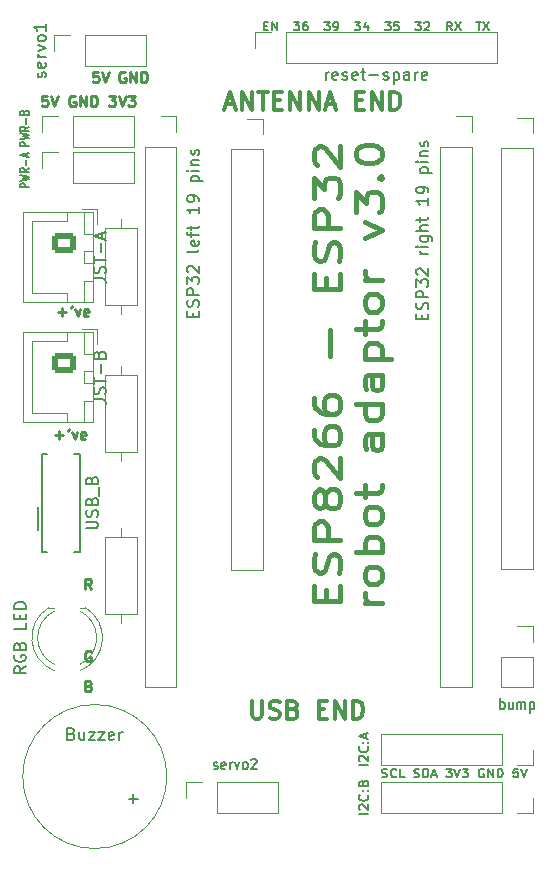
<source format=gto>
G04 #@! TF.GenerationSoftware,KiCad,Pcbnew,8.0.8*
G04 #@! TF.CreationDate,2025-03-22T13:31:19+00:00*
G04 #@! TF.ProjectId,ESP32adapt_PCB03,45535033-3261-4646-9170-745f50434230,rev?*
G04 #@! TF.SameCoordinates,Original*
G04 #@! TF.FileFunction,Legend,Top*
G04 #@! TF.FilePolarity,Positive*
%FSLAX46Y46*%
G04 Gerber Fmt 4.6, Leading zero omitted, Abs format (unit mm)*
G04 Created by KiCad (PCBNEW 8.0.8) date 2025-03-22 13:31:19*
%MOMM*%
%LPD*%
G01*
G04 APERTURE LIST*
G04 Aperture macros list*
%AMRoundRect*
0 Rectangle with rounded corners*
0 $1 Rounding radius*
0 $2 $3 $4 $5 $6 $7 $8 $9 X,Y pos of 4 corners*
0 Add a 4 corners polygon primitive as box body*
4,1,4,$2,$3,$4,$5,$6,$7,$8,$9,$2,$3,0*
0 Add four circle primitives for the rounded corners*
1,1,$1+$1,$2,$3*
1,1,$1+$1,$4,$5*
1,1,$1+$1,$6,$7*
1,1,$1+$1,$8,$9*
0 Add four rect primitives between the rounded corners*
20,1,$1+$1,$2,$3,$4,$5,0*
20,1,$1+$1,$4,$5,$6,$7,0*
20,1,$1+$1,$6,$7,$8,$9,0*
20,1,$1+$1,$8,$9,$2,$3,0*%
G04 Aperture macros list end*
%ADD10C,0.300000*%
%ADD11C,0.175000*%
%ADD12C,0.225000*%
%ADD13C,0.400000*%
%ADD14C,0.150000*%
%ADD15C,0.120000*%
%ADD16R,1.700000X1.700000*%
%ADD17O,1.700000X1.700000*%
%ADD18O,1.600000X1.600000*%
%ADD19C,1.600000*%
%ADD20RoundRect,0.250000X-0.750000X0.600000X-0.750000X-0.600000X0.750000X-0.600000X0.750000X0.600000X0*%
%ADD21O,2.000000X1.700000*%
%ADD22R,0.840000X0.840000*%
%ADD23C,0.840000*%
%ADD24O,1.850000X0.850000*%
%ADD25R,1.600000X1.600000*%
%ADD26R,1.800000X1.800000*%
%ADD27C,1.800000*%
G04 APERTURE END LIST*
D10*
X47725142Y-91181757D02*
X48439428Y-91181757D01*
X47582285Y-91610328D02*
X48082285Y-90110328D01*
X48082285Y-90110328D02*
X48582285Y-91610328D01*
X49082284Y-91610328D02*
X49082284Y-90110328D01*
X49082284Y-90110328D02*
X49939427Y-91610328D01*
X49939427Y-91610328D02*
X49939427Y-90110328D01*
X50439428Y-90110328D02*
X51296571Y-90110328D01*
X50867999Y-91610328D02*
X50867999Y-90110328D01*
X51796570Y-90824614D02*
X52296570Y-90824614D01*
X52510856Y-91610328D02*
X51796570Y-91610328D01*
X51796570Y-91610328D02*
X51796570Y-90110328D01*
X51796570Y-90110328D02*
X52510856Y-90110328D01*
X53153713Y-91610328D02*
X53153713Y-90110328D01*
X53153713Y-90110328D02*
X54010856Y-91610328D01*
X54010856Y-91610328D02*
X54010856Y-90110328D01*
X54725142Y-91610328D02*
X54725142Y-90110328D01*
X54725142Y-90110328D02*
X55582285Y-91610328D01*
X55582285Y-91610328D02*
X55582285Y-90110328D01*
X56225143Y-91181757D02*
X56939429Y-91181757D01*
X56082286Y-91610328D02*
X56582286Y-90110328D01*
X56582286Y-90110328D02*
X57082286Y-91610328D01*
X58725142Y-90824614D02*
X59225142Y-90824614D01*
X59439428Y-91610328D02*
X58725142Y-91610328D01*
X58725142Y-91610328D02*
X58725142Y-90110328D01*
X58725142Y-90110328D02*
X59439428Y-90110328D01*
X60082285Y-91610328D02*
X60082285Y-90110328D01*
X60082285Y-90110328D02*
X60939428Y-91610328D01*
X60939428Y-91610328D02*
X60939428Y-90110328D01*
X61653714Y-91610328D02*
X61653714Y-90110328D01*
X61653714Y-90110328D02*
X62010857Y-90110328D01*
X62010857Y-90110328D02*
X62225143Y-90181757D01*
X62225143Y-90181757D02*
X62368000Y-90324614D01*
X62368000Y-90324614D02*
X62439429Y-90467471D01*
X62439429Y-90467471D02*
X62510857Y-90753185D01*
X62510857Y-90753185D02*
X62510857Y-90967471D01*
X62510857Y-90967471D02*
X62439429Y-91253185D01*
X62439429Y-91253185D02*
X62368000Y-91396042D01*
X62368000Y-91396042D02*
X62225143Y-91538900D01*
X62225143Y-91538900D02*
X62010857Y-91610328D01*
X62010857Y-91610328D02*
X61653714Y-91610328D01*
D11*
X50951995Y-84530066D02*
X51201995Y-84530066D01*
X51309138Y-84896733D02*
X50951995Y-84896733D01*
X50951995Y-84896733D02*
X50951995Y-84196733D01*
X50951995Y-84196733D02*
X51309138Y-84196733D01*
X51630566Y-84896733D02*
X51630566Y-84196733D01*
X51630566Y-84196733D02*
X52059137Y-84896733D01*
X52059137Y-84896733D02*
X52059137Y-84196733D01*
X53487709Y-84196733D02*
X53951995Y-84196733D01*
X53951995Y-84196733D02*
X53701995Y-84463400D01*
X53701995Y-84463400D02*
X53809138Y-84463400D01*
X53809138Y-84463400D02*
X53880567Y-84496733D01*
X53880567Y-84496733D02*
X53916281Y-84530066D01*
X53916281Y-84530066D02*
X53951995Y-84596733D01*
X53951995Y-84596733D02*
X53951995Y-84763400D01*
X53951995Y-84763400D02*
X53916281Y-84830066D01*
X53916281Y-84830066D02*
X53880567Y-84863400D01*
X53880567Y-84863400D02*
X53809138Y-84896733D01*
X53809138Y-84896733D02*
X53594852Y-84896733D01*
X53594852Y-84896733D02*
X53523424Y-84863400D01*
X53523424Y-84863400D02*
X53487709Y-84830066D01*
X54594853Y-84196733D02*
X54451995Y-84196733D01*
X54451995Y-84196733D02*
X54380567Y-84230066D01*
X54380567Y-84230066D02*
X54344853Y-84263400D01*
X54344853Y-84263400D02*
X54273424Y-84363400D01*
X54273424Y-84363400D02*
X54237710Y-84496733D01*
X54237710Y-84496733D02*
X54237710Y-84763400D01*
X54237710Y-84763400D02*
X54273424Y-84830066D01*
X54273424Y-84830066D02*
X54309138Y-84863400D01*
X54309138Y-84863400D02*
X54380567Y-84896733D01*
X54380567Y-84896733D02*
X54523424Y-84896733D01*
X54523424Y-84896733D02*
X54594853Y-84863400D01*
X54594853Y-84863400D02*
X54630567Y-84830066D01*
X54630567Y-84830066D02*
X54666281Y-84763400D01*
X54666281Y-84763400D02*
X54666281Y-84596733D01*
X54666281Y-84596733D02*
X54630567Y-84530066D01*
X54630567Y-84530066D02*
X54594853Y-84496733D01*
X54594853Y-84496733D02*
X54523424Y-84463400D01*
X54523424Y-84463400D02*
X54380567Y-84463400D01*
X54380567Y-84463400D02*
X54309138Y-84496733D01*
X54309138Y-84496733D02*
X54273424Y-84530066D01*
X54273424Y-84530066D02*
X54237710Y-84596733D01*
X56059139Y-84196733D02*
X56523425Y-84196733D01*
X56523425Y-84196733D02*
X56273425Y-84463400D01*
X56273425Y-84463400D02*
X56380568Y-84463400D01*
X56380568Y-84463400D02*
X56451997Y-84496733D01*
X56451997Y-84496733D02*
X56487711Y-84530066D01*
X56487711Y-84530066D02*
X56523425Y-84596733D01*
X56523425Y-84596733D02*
X56523425Y-84763400D01*
X56523425Y-84763400D02*
X56487711Y-84830066D01*
X56487711Y-84830066D02*
X56451997Y-84863400D01*
X56451997Y-84863400D02*
X56380568Y-84896733D01*
X56380568Y-84896733D02*
X56166282Y-84896733D01*
X56166282Y-84896733D02*
X56094854Y-84863400D01*
X56094854Y-84863400D02*
X56059139Y-84830066D01*
X56880568Y-84896733D02*
X57023425Y-84896733D01*
X57023425Y-84896733D02*
X57094854Y-84863400D01*
X57094854Y-84863400D02*
X57130568Y-84830066D01*
X57130568Y-84830066D02*
X57201997Y-84730066D01*
X57201997Y-84730066D02*
X57237711Y-84596733D01*
X57237711Y-84596733D02*
X57237711Y-84330066D01*
X57237711Y-84330066D02*
X57201997Y-84263400D01*
X57201997Y-84263400D02*
X57166283Y-84230066D01*
X57166283Y-84230066D02*
X57094854Y-84196733D01*
X57094854Y-84196733D02*
X56951997Y-84196733D01*
X56951997Y-84196733D02*
X56880568Y-84230066D01*
X56880568Y-84230066D02*
X56844854Y-84263400D01*
X56844854Y-84263400D02*
X56809140Y-84330066D01*
X56809140Y-84330066D02*
X56809140Y-84496733D01*
X56809140Y-84496733D02*
X56844854Y-84563400D01*
X56844854Y-84563400D02*
X56880568Y-84596733D01*
X56880568Y-84596733D02*
X56951997Y-84630066D01*
X56951997Y-84630066D02*
X57094854Y-84630066D01*
X57094854Y-84630066D02*
X57166283Y-84596733D01*
X57166283Y-84596733D02*
X57201997Y-84563400D01*
X57201997Y-84563400D02*
X57237711Y-84496733D01*
X58630569Y-84196733D02*
X59094855Y-84196733D01*
X59094855Y-84196733D02*
X58844855Y-84463400D01*
X58844855Y-84463400D02*
X58951998Y-84463400D01*
X58951998Y-84463400D02*
X59023427Y-84496733D01*
X59023427Y-84496733D02*
X59059141Y-84530066D01*
X59059141Y-84530066D02*
X59094855Y-84596733D01*
X59094855Y-84596733D02*
X59094855Y-84763400D01*
X59094855Y-84763400D02*
X59059141Y-84830066D01*
X59059141Y-84830066D02*
X59023427Y-84863400D01*
X59023427Y-84863400D02*
X58951998Y-84896733D01*
X58951998Y-84896733D02*
X58737712Y-84896733D01*
X58737712Y-84896733D02*
X58666284Y-84863400D01*
X58666284Y-84863400D02*
X58630569Y-84830066D01*
X59737713Y-84430066D02*
X59737713Y-84896733D01*
X59559141Y-84163400D02*
X59380570Y-84663400D01*
X59380570Y-84663400D02*
X59844855Y-84663400D01*
X61201999Y-84196733D02*
X61666285Y-84196733D01*
X61666285Y-84196733D02*
X61416285Y-84463400D01*
X61416285Y-84463400D02*
X61523428Y-84463400D01*
X61523428Y-84463400D02*
X61594857Y-84496733D01*
X61594857Y-84496733D02*
X61630571Y-84530066D01*
X61630571Y-84530066D02*
X61666285Y-84596733D01*
X61666285Y-84596733D02*
X61666285Y-84763400D01*
X61666285Y-84763400D02*
X61630571Y-84830066D01*
X61630571Y-84830066D02*
X61594857Y-84863400D01*
X61594857Y-84863400D02*
X61523428Y-84896733D01*
X61523428Y-84896733D02*
X61309142Y-84896733D01*
X61309142Y-84896733D02*
X61237714Y-84863400D01*
X61237714Y-84863400D02*
X61201999Y-84830066D01*
X62344857Y-84196733D02*
X61987714Y-84196733D01*
X61987714Y-84196733D02*
X61952000Y-84530066D01*
X61952000Y-84530066D02*
X61987714Y-84496733D01*
X61987714Y-84496733D02*
X62059143Y-84463400D01*
X62059143Y-84463400D02*
X62237714Y-84463400D01*
X62237714Y-84463400D02*
X62309143Y-84496733D01*
X62309143Y-84496733D02*
X62344857Y-84530066D01*
X62344857Y-84530066D02*
X62380571Y-84596733D01*
X62380571Y-84596733D02*
X62380571Y-84763400D01*
X62380571Y-84763400D02*
X62344857Y-84830066D01*
X62344857Y-84830066D02*
X62309143Y-84863400D01*
X62309143Y-84863400D02*
X62237714Y-84896733D01*
X62237714Y-84896733D02*
X62059143Y-84896733D01*
X62059143Y-84896733D02*
X61987714Y-84863400D01*
X61987714Y-84863400D02*
X61952000Y-84830066D01*
X63773429Y-84196733D02*
X64237715Y-84196733D01*
X64237715Y-84196733D02*
X63987715Y-84463400D01*
X63987715Y-84463400D02*
X64094858Y-84463400D01*
X64094858Y-84463400D02*
X64166287Y-84496733D01*
X64166287Y-84496733D02*
X64202001Y-84530066D01*
X64202001Y-84530066D02*
X64237715Y-84596733D01*
X64237715Y-84596733D02*
X64237715Y-84763400D01*
X64237715Y-84763400D02*
X64202001Y-84830066D01*
X64202001Y-84830066D02*
X64166287Y-84863400D01*
X64166287Y-84863400D02*
X64094858Y-84896733D01*
X64094858Y-84896733D02*
X63880572Y-84896733D01*
X63880572Y-84896733D02*
X63809144Y-84863400D01*
X63809144Y-84863400D02*
X63773429Y-84830066D01*
X64523430Y-84263400D02*
X64559144Y-84230066D01*
X64559144Y-84230066D02*
X64630573Y-84196733D01*
X64630573Y-84196733D02*
X64809144Y-84196733D01*
X64809144Y-84196733D02*
X64880573Y-84230066D01*
X64880573Y-84230066D02*
X64916287Y-84263400D01*
X64916287Y-84263400D02*
X64952001Y-84330066D01*
X64952001Y-84330066D02*
X64952001Y-84396733D01*
X64952001Y-84396733D02*
X64916287Y-84496733D01*
X64916287Y-84496733D02*
X64487715Y-84896733D01*
X64487715Y-84896733D02*
X64952001Y-84896733D01*
X66844859Y-84896733D02*
X66594859Y-84563400D01*
X66416288Y-84896733D02*
X66416288Y-84196733D01*
X66416288Y-84196733D02*
X66702002Y-84196733D01*
X66702002Y-84196733D02*
X66773431Y-84230066D01*
X66773431Y-84230066D02*
X66809145Y-84263400D01*
X66809145Y-84263400D02*
X66844859Y-84330066D01*
X66844859Y-84330066D02*
X66844859Y-84430066D01*
X66844859Y-84430066D02*
X66809145Y-84496733D01*
X66809145Y-84496733D02*
X66773431Y-84530066D01*
X66773431Y-84530066D02*
X66702002Y-84563400D01*
X66702002Y-84563400D02*
X66416288Y-84563400D01*
X67094859Y-84196733D02*
X67594859Y-84896733D01*
X67594859Y-84196733D02*
X67094859Y-84896733D01*
X68916289Y-84196733D02*
X69344861Y-84196733D01*
X69130575Y-84896733D02*
X69130575Y-84196733D01*
X69523432Y-84196733D02*
X70023432Y-84896733D01*
X70023432Y-84196733D02*
X69523432Y-84896733D01*
D12*
X39192286Y-88447514D02*
X39106572Y-88404657D01*
X39106572Y-88404657D02*
X38978000Y-88404657D01*
X38978000Y-88404657D02*
X38849429Y-88447514D01*
X38849429Y-88447514D02*
X38763714Y-88533228D01*
X38763714Y-88533228D02*
X38720857Y-88618942D01*
X38720857Y-88618942D02*
X38678000Y-88790371D01*
X38678000Y-88790371D02*
X38678000Y-88918942D01*
X38678000Y-88918942D02*
X38720857Y-89090371D01*
X38720857Y-89090371D02*
X38763714Y-89176085D01*
X38763714Y-89176085D02*
X38849429Y-89261800D01*
X38849429Y-89261800D02*
X38978000Y-89304657D01*
X38978000Y-89304657D02*
X39063714Y-89304657D01*
X39063714Y-89304657D02*
X39192286Y-89261800D01*
X39192286Y-89261800D02*
X39235143Y-89218942D01*
X39235143Y-89218942D02*
X39235143Y-88918942D01*
X39235143Y-88918942D02*
X39063714Y-88918942D01*
X39620857Y-89304657D02*
X39620857Y-88404657D01*
X39620857Y-88404657D02*
X40135143Y-89304657D01*
X40135143Y-89304657D02*
X40135143Y-88404657D01*
X40563714Y-89304657D02*
X40563714Y-88404657D01*
X40563714Y-88404657D02*
X40778000Y-88404657D01*
X40778000Y-88404657D02*
X40906571Y-88447514D01*
X40906571Y-88447514D02*
X40992286Y-88533228D01*
X40992286Y-88533228D02*
X41035143Y-88618942D01*
X41035143Y-88618942D02*
X41078000Y-88790371D01*
X41078000Y-88790371D02*
X41078000Y-88918942D01*
X41078000Y-88918942D02*
X41035143Y-89090371D01*
X41035143Y-89090371D02*
X40992286Y-89176085D01*
X40992286Y-89176085D02*
X40906571Y-89261800D01*
X40906571Y-89261800D02*
X40778000Y-89304657D01*
X40778000Y-89304657D02*
X40563714Y-89304657D01*
X36912571Y-88404657D02*
X36483999Y-88404657D01*
X36483999Y-88404657D02*
X36441142Y-88833228D01*
X36441142Y-88833228D02*
X36483999Y-88790371D01*
X36483999Y-88790371D02*
X36569714Y-88747514D01*
X36569714Y-88747514D02*
X36783999Y-88747514D01*
X36783999Y-88747514D02*
X36869714Y-88790371D01*
X36869714Y-88790371D02*
X36912571Y-88833228D01*
X36912571Y-88833228D02*
X36955428Y-88918942D01*
X36955428Y-88918942D02*
X36955428Y-89133228D01*
X36955428Y-89133228D02*
X36912571Y-89218942D01*
X36912571Y-89218942D02*
X36869714Y-89261800D01*
X36869714Y-89261800D02*
X36783999Y-89304657D01*
X36783999Y-89304657D02*
X36569714Y-89304657D01*
X36569714Y-89304657D02*
X36483999Y-89261800D01*
X36483999Y-89261800D02*
X36441142Y-89218942D01*
X37212571Y-88404657D02*
X37512571Y-89304657D01*
X37512571Y-89304657D02*
X37812571Y-88404657D01*
D10*
X49931428Y-141672328D02*
X49931428Y-142886614D01*
X49931428Y-142886614D02*
X50002857Y-143029471D01*
X50002857Y-143029471D02*
X50074286Y-143100900D01*
X50074286Y-143100900D02*
X50217143Y-143172328D01*
X50217143Y-143172328D02*
X50502857Y-143172328D01*
X50502857Y-143172328D02*
X50645714Y-143100900D01*
X50645714Y-143100900D02*
X50717143Y-143029471D01*
X50717143Y-143029471D02*
X50788571Y-142886614D01*
X50788571Y-142886614D02*
X50788571Y-141672328D01*
X51431429Y-143100900D02*
X51645715Y-143172328D01*
X51645715Y-143172328D02*
X52002857Y-143172328D01*
X52002857Y-143172328D02*
X52145715Y-143100900D01*
X52145715Y-143100900D02*
X52217143Y-143029471D01*
X52217143Y-143029471D02*
X52288572Y-142886614D01*
X52288572Y-142886614D02*
X52288572Y-142743757D01*
X52288572Y-142743757D02*
X52217143Y-142600900D01*
X52217143Y-142600900D02*
X52145715Y-142529471D01*
X52145715Y-142529471D02*
X52002857Y-142458042D01*
X52002857Y-142458042D02*
X51717143Y-142386614D01*
X51717143Y-142386614D02*
X51574286Y-142315185D01*
X51574286Y-142315185D02*
X51502857Y-142243757D01*
X51502857Y-142243757D02*
X51431429Y-142100900D01*
X51431429Y-142100900D02*
X51431429Y-141958042D01*
X51431429Y-141958042D02*
X51502857Y-141815185D01*
X51502857Y-141815185D02*
X51574286Y-141743757D01*
X51574286Y-141743757D02*
X51717143Y-141672328D01*
X51717143Y-141672328D02*
X52074286Y-141672328D01*
X52074286Y-141672328D02*
X52288572Y-141743757D01*
X53431428Y-142386614D02*
X53645714Y-142458042D01*
X53645714Y-142458042D02*
X53717143Y-142529471D01*
X53717143Y-142529471D02*
X53788571Y-142672328D01*
X53788571Y-142672328D02*
X53788571Y-142886614D01*
X53788571Y-142886614D02*
X53717143Y-143029471D01*
X53717143Y-143029471D02*
X53645714Y-143100900D01*
X53645714Y-143100900D02*
X53502857Y-143172328D01*
X53502857Y-143172328D02*
X52931428Y-143172328D01*
X52931428Y-143172328D02*
X52931428Y-141672328D01*
X52931428Y-141672328D02*
X53431428Y-141672328D01*
X53431428Y-141672328D02*
X53574286Y-141743757D01*
X53574286Y-141743757D02*
X53645714Y-141815185D01*
X53645714Y-141815185D02*
X53717143Y-141958042D01*
X53717143Y-141958042D02*
X53717143Y-142100900D01*
X53717143Y-142100900D02*
X53645714Y-142243757D01*
X53645714Y-142243757D02*
X53574286Y-142315185D01*
X53574286Y-142315185D02*
X53431428Y-142386614D01*
X53431428Y-142386614D02*
X52931428Y-142386614D01*
X55574285Y-142386614D02*
X56074285Y-142386614D01*
X56288571Y-143172328D02*
X55574285Y-143172328D01*
X55574285Y-143172328D02*
X55574285Y-141672328D01*
X55574285Y-141672328D02*
X56288571Y-141672328D01*
X56931428Y-143172328D02*
X56931428Y-141672328D01*
X56931428Y-141672328D02*
X57788571Y-143172328D01*
X57788571Y-143172328D02*
X57788571Y-141672328D01*
X58502857Y-143172328D02*
X58502857Y-141672328D01*
X58502857Y-141672328D02*
X58860000Y-141672328D01*
X58860000Y-141672328D02*
X59074286Y-141743757D01*
X59074286Y-141743757D02*
X59217143Y-141886614D01*
X59217143Y-141886614D02*
X59288572Y-142029471D01*
X59288572Y-142029471D02*
X59360000Y-142315185D01*
X59360000Y-142315185D02*
X59360000Y-142529471D01*
X59360000Y-142529471D02*
X59288572Y-142815185D01*
X59288572Y-142815185D02*
X59217143Y-142958042D01*
X59217143Y-142958042D02*
X59074286Y-143100900D01*
X59074286Y-143100900D02*
X58860000Y-143172328D01*
X58860000Y-143172328D02*
X58502857Y-143172328D01*
D13*
X56239642Y-133246000D02*
X56239642Y-132312667D01*
X57392023Y-131912667D02*
X57392023Y-133246000D01*
X57392023Y-133246000D02*
X55192023Y-133246000D01*
X55192023Y-133246000D02*
X55192023Y-131912667D01*
X57287262Y-130846000D02*
X57392023Y-130446000D01*
X57392023Y-130446000D02*
X57392023Y-129779334D01*
X57392023Y-129779334D02*
X57287262Y-129512667D01*
X57287262Y-129512667D02*
X57182500Y-129379334D01*
X57182500Y-129379334D02*
X56972976Y-129246000D01*
X56972976Y-129246000D02*
X56763452Y-129246000D01*
X56763452Y-129246000D02*
X56553928Y-129379334D01*
X56553928Y-129379334D02*
X56449166Y-129512667D01*
X56449166Y-129512667D02*
X56344404Y-129779334D01*
X56344404Y-129779334D02*
X56239642Y-130312667D01*
X56239642Y-130312667D02*
X56134881Y-130579334D01*
X56134881Y-130579334D02*
X56030119Y-130712667D01*
X56030119Y-130712667D02*
X55820595Y-130846000D01*
X55820595Y-130846000D02*
X55611071Y-130846000D01*
X55611071Y-130846000D02*
X55401547Y-130712667D01*
X55401547Y-130712667D02*
X55296785Y-130579334D01*
X55296785Y-130579334D02*
X55192023Y-130312667D01*
X55192023Y-130312667D02*
X55192023Y-129646000D01*
X55192023Y-129646000D02*
X55296785Y-129246000D01*
X57392023Y-128046000D02*
X55192023Y-128046000D01*
X55192023Y-128046000D02*
X55192023Y-126979333D01*
X55192023Y-126979333D02*
X55296785Y-126712667D01*
X55296785Y-126712667D02*
X55401547Y-126579333D01*
X55401547Y-126579333D02*
X55611071Y-126446000D01*
X55611071Y-126446000D02*
X55925357Y-126446000D01*
X55925357Y-126446000D02*
X56134881Y-126579333D01*
X56134881Y-126579333D02*
X56239642Y-126712667D01*
X56239642Y-126712667D02*
X56344404Y-126979333D01*
X56344404Y-126979333D02*
X56344404Y-128046000D01*
X56134881Y-124846000D02*
X56030119Y-125112667D01*
X56030119Y-125112667D02*
X55925357Y-125246000D01*
X55925357Y-125246000D02*
X55715833Y-125379333D01*
X55715833Y-125379333D02*
X55611071Y-125379333D01*
X55611071Y-125379333D02*
X55401547Y-125246000D01*
X55401547Y-125246000D02*
X55296785Y-125112667D01*
X55296785Y-125112667D02*
X55192023Y-124846000D01*
X55192023Y-124846000D02*
X55192023Y-124312667D01*
X55192023Y-124312667D02*
X55296785Y-124046000D01*
X55296785Y-124046000D02*
X55401547Y-123912667D01*
X55401547Y-123912667D02*
X55611071Y-123779333D01*
X55611071Y-123779333D02*
X55715833Y-123779333D01*
X55715833Y-123779333D02*
X55925357Y-123912667D01*
X55925357Y-123912667D02*
X56030119Y-124046000D01*
X56030119Y-124046000D02*
X56134881Y-124312667D01*
X56134881Y-124312667D02*
X56134881Y-124846000D01*
X56134881Y-124846000D02*
X56239642Y-125112667D01*
X56239642Y-125112667D02*
X56344404Y-125246000D01*
X56344404Y-125246000D02*
X56553928Y-125379333D01*
X56553928Y-125379333D02*
X56972976Y-125379333D01*
X56972976Y-125379333D02*
X57182500Y-125246000D01*
X57182500Y-125246000D02*
X57287262Y-125112667D01*
X57287262Y-125112667D02*
X57392023Y-124846000D01*
X57392023Y-124846000D02*
X57392023Y-124312667D01*
X57392023Y-124312667D02*
X57287262Y-124046000D01*
X57287262Y-124046000D02*
X57182500Y-123912667D01*
X57182500Y-123912667D02*
X56972976Y-123779333D01*
X56972976Y-123779333D02*
X56553928Y-123779333D01*
X56553928Y-123779333D02*
X56344404Y-123912667D01*
X56344404Y-123912667D02*
X56239642Y-124046000D01*
X56239642Y-124046000D02*
X56134881Y-124312667D01*
X55401547Y-122712666D02*
X55296785Y-122579333D01*
X55296785Y-122579333D02*
X55192023Y-122312666D01*
X55192023Y-122312666D02*
X55192023Y-121646000D01*
X55192023Y-121646000D02*
X55296785Y-121379333D01*
X55296785Y-121379333D02*
X55401547Y-121246000D01*
X55401547Y-121246000D02*
X55611071Y-121112666D01*
X55611071Y-121112666D02*
X55820595Y-121112666D01*
X55820595Y-121112666D02*
X56134881Y-121246000D01*
X56134881Y-121246000D02*
X57392023Y-122846000D01*
X57392023Y-122846000D02*
X57392023Y-121112666D01*
X55192023Y-118712666D02*
X55192023Y-119245999D01*
X55192023Y-119245999D02*
X55296785Y-119512666D01*
X55296785Y-119512666D02*
X55401547Y-119645999D01*
X55401547Y-119645999D02*
X55715833Y-119912666D01*
X55715833Y-119912666D02*
X56134881Y-120045999D01*
X56134881Y-120045999D02*
X56972976Y-120045999D01*
X56972976Y-120045999D02*
X57182500Y-119912666D01*
X57182500Y-119912666D02*
X57287262Y-119779333D01*
X57287262Y-119779333D02*
X57392023Y-119512666D01*
X57392023Y-119512666D02*
X57392023Y-118979333D01*
X57392023Y-118979333D02*
X57287262Y-118712666D01*
X57287262Y-118712666D02*
X57182500Y-118579333D01*
X57182500Y-118579333D02*
X56972976Y-118445999D01*
X56972976Y-118445999D02*
X56449166Y-118445999D01*
X56449166Y-118445999D02*
X56239642Y-118579333D01*
X56239642Y-118579333D02*
X56134881Y-118712666D01*
X56134881Y-118712666D02*
X56030119Y-118979333D01*
X56030119Y-118979333D02*
X56030119Y-119512666D01*
X56030119Y-119512666D02*
X56134881Y-119779333D01*
X56134881Y-119779333D02*
X56239642Y-119912666D01*
X56239642Y-119912666D02*
X56449166Y-120045999D01*
X55192023Y-116045999D02*
X55192023Y-116579332D01*
X55192023Y-116579332D02*
X55296785Y-116845999D01*
X55296785Y-116845999D02*
X55401547Y-116979332D01*
X55401547Y-116979332D02*
X55715833Y-117245999D01*
X55715833Y-117245999D02*
X56134881Y-117379332D01*
X56134881Y-117379332D02*
X56972976Y-117379332D01*
X56972976Y-117379332D02*
X57182500Y-117245999D01*
X57182500Y-117245999D02*
X57287262Y-117112666D01*
X57287262Y-117112666D02*
X57392023Y-116845999D01*
X57392023Y-116845999D02*
X57392023Y-116312666D01*
X57392023Y-116312666D02*
X57287262Y-116045999D01*
X57287262Y-116045999D02*
X57182500Y-115912666D01*
X57182500Y-115912666D02*
X56972976Y-115779332D01*
X56972976Y-115779332D02*
X56449166Y-115779332D01*
X56449166Y-115779332D02*
X56239642Y-115912666D01*
X56239642Y-115912666D02*
X56134881Y-116045999D01*
X56134881Y-116045999D02*
X56030119Y-116312666D01*
X56030119Y-116312666D02*
X56030119Y-116845999D01*
X56030119Y-116845999D02*
X56134881Y-117112666D01*
X56134881Y-117112666D02*
X56239642Y-117245999D01*
X56239642Y-117245999D02*
X56449166Y-117379332D01*
X56553928Y-112445999D02*
X56553928Y-110312666D01*
X56239642Y-106845999D02*
X56239642Y-105912666D01*
X57392023Y-105512666D02*
X57392023Y-106845999D01*
X57392023Y-106845999D02*
X55192023Y-106845999D01*
X55192023Y-106845999D02*
X55192023Y-105512666D01*
X57287262Y-104445999D02*
X57392023Y-104045999D01*
X57392023Y-104045999D02*
X57392023Y-103379333D01*
X57392023Y-103379333D02*
X57287262Y-103112666D01*
X57287262Y-103112666D02*
X57182500Y-102979333D01*
X57182500Y-102979333D02*
X56972976Y-102845999D01*
X56972976Y-102845999D02*
X56763452Y-102845999D01*
X56763452Y-102845999D02*
X56553928Y-102979333D01*
X56553928Y-102979333D02*
X56449166Y-103112666D01*
X56449166Y-103112666D02*
X56344404Y-103379333D01*
X56344404Y-103379333D02*
X56239642Y-103912666D01*
X56239642Y-103912666D02*
X56134881Y-104179333D01*
X56134881Y-104179333D02*
X56030119Y-104312666D01*
X56030119Y-104312666D02*
X55820595Y-104445999D01*
X55820595Y-104445999D02*
X55611071Y-104445999D01*
X55611071Y-104445999D02*
X55401547Y-104312666D01*
X55401547Y-104312666D02*
X55296785Y-104179333D01*
X55296785Y-104179333D02*
X55192023Y-103912666D01*
X55192023Y-103912666D02*
X55192023Y-103245999D01*
X55192023Y-103245999D02*
X55296785Y-102845999D01*
X57392023Y-101645999D02*
X55192023Y-101645999D01*
X55192023Y-101645999D02*
X55192023Y-100579332D01*
X55192023Y-100579332D02*
X55296785Y-100312666D01*
X55296785Y-100312666D02*
X55401547Y-100179332D01*
X55401547Y-100179332D02*
X55611071Y-100045999D01*
X55611071Y-100045999D02*
X55925357Y-100045999D01*
X55925357Y-100045999D02*
X56134881Y-100179332D01*
X56134881Y-100179332D02*
X56239642Y-100312666D01*
X56239642Y-100312666D02*
X56344404Y-100579332D01*
X56344404Y-100579332D02*
X56344404Y-101645999D01*
X55192023Y-99112666D02*
X55192023Y-97379332D01*
X55192023Y-97379332D02*
X56030119Y-98312666D01*
X56030119Y-98312666D02*
X56030119Y-97912666D01*
X56030119Y-97912666D02*
X56134881Y-97645999D01*
X56134881Y-97645999D02*
X56239642Y-97512666D01*
X56239642Y-97512666D02*
X56449166Y-97379332D01*
X56449166Y-97379332D02*
X56972976Y-97379332D01*
X56972976Y-97379332D02*
X57182500Y-97512666D01*
X57182500Y-97512666D02*
X57287262Y-97645999D01*
X57287262Y-97645999D02*
X57392023Y-97912666D01*
X57392023Y-97912666D02*
X57392023Y-98712666D01*
X57392023Y-98712666D02*
X57287262Y-98979332D01*
X57287262Y-98979332D02*
X57182500Y-99112666D01*
X55401547Y-96312665D02*
X55296785Y-96179332D01*
X55296785Y-96179332D02*
X55192023Y-95912665D01*
X55192023Y-95912665D02*
X55192023Y-95245999D01*
X55192023Y-95245999D02*
X55296785Y-94979332D01*
X55296785Y-94979332D02*
X55401547Y-94845999D01*
X55401547Y-94845999D02*
X55611071Y-94712665D01*
X55611071Y-94712665D02*
X55820595Y-94712665D01*
X55820595Y-94712665D02*
X56134881Y-94845999D01*
X56134881Y-94845999D02*
X57392023Y-96445999D01*
X57392023Y-96445999D02*
X57392023Y-94712665D01*
X60933900Y-133379331D02*
X59467234Y-133379331D01*
X59886281Y-133379331D02*
X59676758Y-133245998D01*
X59676758Y-133245998D02*
X59571996Y-133112664D01*
X59571996Y-133112664D02*
X59467234Y-132845998D01*
X59467234Y-132845998D02*
X59467234Y-132579331D01*
X60933900Y-131245998D02*
X60829139Y-131512665D01*
X60829139Y-131512665D02*
X60724377Y-131645998D01*
X60724377Y-131645998D02*
X60514853Y-131779331D01*
X60514853Y-131779331D02*
X59886281Y-131779331D01*
X59886281Y-131779331D02*
X59676758Y-131645998D01*
X59676758Y-131645998D02*
X59571996Y-131512665D01*
X59571996Y-131512665D02*
X59467234Y-131245998D01*
X59467234Y-131245998D02*
X59467234Y-130845998D01*
X59467234Y-130845998D02*
X59571996Y-130579331D01*
X59571996Y-130579331D02*
X59676758Y-130445998D01*
X59676758Y-130445998D02*
X59886281Y-130312665D01*
X59886281Y-130312665D02*
X60514853Y-130312665D01*
X60514853Y-130312665D02*
X60724377Y-130445998D01*
X60724377Y-130445998D02*
X60829139Y-130579331D01*
X60829139Y-130579331D02*
X60933900Y-130845998D01*
X60933900Y-130845998D02*
X60933900Y-131245998D01*
X60933900Y-129112665D02*
X58733900Y-129112665D01*
X59571996Y-129112665D02*
X59467234Y-128845998D01*
X59467234Y-128845998D02*
X59467234Y-128312665D01*
X59467234Y-128312665D02*
X59571996Y-128045998D01*
X59571996Y-128045998D02*
X59676758Y-127912665D01*
X59676758Y-127912665D02*
X59886281Y-127779332D01*
X59886281Y-127779332D02*
X60514853Y-127779332D01*
X60514853Y-127779332D02*
X60724377Y-127912665D01*
X60724377Y-127912665D02*
X60829139Y-128045998D01*
X60829139Y-128045998D02*
X60933900Y-128312665D01*
X60933900Y-128312665D02*
X60933900Y-128845998D01*
X60933900Y-128845998D02*
X60829139Y-129112665D01*
X60933900Y-126179332D02*
X60829139Y-126445999D01*
X60829139Y-126445999D02*
X60724377Y-126579332D01*
X60724377Y-126579332D02*
X60514853Y-126712665D01*
X60514853Y-126712665D02*
X59886281Y-126712665D01*
X59886281Y-126712665D02*
X59676758Y-126579332D01*
X59676758Y-126579332D02*
X59571996Y-126445999D01*
X59571996Y-126445999D02*
X59467234Y-126179332D01*
X59467234Y-126179332D02*
X59467234Y-125779332D01*
X59467234Y-125779332D02*
X59571996Y-125512665D01*
X59571996Y-125512665D02*
X59676758Y-125379332D01*
X59676758Y-125379332D02*
X59886281Y-125245999D01*
X59886281Y-125245999D02*
X60514853Y-125245999D01*
X60514853Y-125245999D02*
X60724377Y-125379332D01*
X60724377Y-125379332D02*
X60829139Y-125512665D01*
X60829139Y-125512665D02*
X60933900Y-125779332D01*
X60933900Y-125779332D02*
X60933900Y-126179332D01*
X59467234Y-124445999D02*
X59467234Y-123379332D01*
X58733900Y-124045999D02*
X60619615Y-124045999D01*
X60619615Y-124045999D02*
X60829139Y-123912666D01*
X60829139Y-123912666D02*
X60933900Y-123645999D01*
X60933900Y-123645999D02*
X60933900Y-123379332D01*
X60933900Y-119112666D02*
X59781519Y-119112666D01*
X59781519Y-119112666D02*
X59571996Y-119245999D01*
X59571996Y-119245999D02*
X59467234Y-119512666D01*
X59467234Y-119512666D02*
X59467234Y-120045999D01*
X59467234Y-120045999D02*
X59571996Y-120312666D01*
X60829139Y-119112666D02*
X60933900Y-119379333D01*
X60933900Y-119379333D02*
X60933900Y-120045999D01*
X60933900Y-120045999D02*
X60829139Y-120312666D01*
X60829139Y-120312666D02*
X60619615Y-120445999D01*
X60619615Y-120445999D02*
X60410091Y-120445999D01*
X60410091Y-120445999D02*
X60200567Y-120312666D01*
X60200567Y-120312666D02*
X60095805Y-120045999D01*
X60095805Y-120045999D02*
X60095805Y-119379333D01*
X60095805Y-119379333D02*
X59991043Y-119112666D01*
X60933900Y-116579333D02*
X58733900Y-116579333D01*
X60829139Y-116579333D02*
X60933900Y-116846000D01*
X60933900Y-116846000D02*
X60933900Y-117379333D01*
X60933900Y-117379333D02*
X60829139Y-117646000D01*
X60829139Y-117646000D02*
X60724377Y-117779333D01*
X60724377Y-117779333D02*
X60514853Y-117912666D01*
X60514853Y-117912666D02*
X59886281Y-117912666D01*
X59886281Y-117912666D02*
X59676758Y-117779333D01*
X59676758Y-117779333D02*
X59571996Y-117646000D01*
X59571996Y-117646000D02*
X59467234Y-117379333D01*
X59467234Y-117379333D02*
X59467234Y-116846000D01*
X59467234Y-116846000D02*
X59571996Y-116579333D01*
X60933900Y-114046000D02*
X59781519Y-114046000D01*
X59781519Y-114046000D02*
X59571996Y-114179333D01*
X59571996Y-114179333D02*
X59467234Y-114446000D01*
X59467234Y-114446000D02*
X59467234Y-114979333D01*
X59467234Y-114979333D02*
X59571996Y-115246000D01*
X60829139Y-114046000D02*
X60933900Y-114312667D01*
X60933900Y-114312667D02*
X60933900Y-114979333D01*
X60933900Y-114979333D02*
X60829139Y-115246000D01*
X60829139Y-115246000D02*
X60619615Y-115379333D01*
X60619615Y-115379333D02*
X60410091Y-115379333D01*
X60410091Y-115379333D02*
X60200567Y-115246000D01*
X60200567Y-115246000D02*
X60095805Y-114979333D01*
X60095805Y-114979333D02*
X60095805Y-114312667D01*
X60095805Y-114312667D02*
X59991043Y-114046000D01*
X59467234Y-112712667D02*
X61667234Y-112712667D01*
X59571996Y-112712667D02*
X59467234Y-112446000D01*
X59467234Y-112446000D02*
X59467234Y-111912667D01*
X59467234Y-111912667D02*
X59571996Y-111646000D01*
X59571996Y-111646000D02*
X59676758Y-111512667D01*
X59676758Y-111512667D02*
X59886281Y-111379334D01*
X59886281Y-111379334D02*
X60514853Y-111379334D01*
X60514853Y-111379334D02*
X60724377Y-111512667D01*
X60724377Y-111512667D02*
X60829139Y-111646000D01*
X60829139Y-111646000D02*
X60933900Y-111912667D01*
X60933900Y-111912667D02*
X60933900Y-112446000D01*
X60933900Y-112446000D02*
X60829139Y-112712667D01*
X59467234Y-110579334D02*
X59467234Y-109512667D01*
X58733900Y-110179334D02*
X60619615Y-110179334D01*
X60619615Y-110179334D02*
X60829139Y-110046001D01*
X60829139Y-110046001D02*
X60933900Y-109779334D01*
X60933900Y-109779334D02*
X60933900Y-109512667D01*
X60933900Y-108179334D02*
X60829139Y-108446001D01*
X60829139Y-108446001D02*
X60724377Y-108579334D01*
X60724377Y-108579334D02*
X60514853Y-108712667D01*
X60514853Y-108712667D02*
X59886281Y-108712667D01*
X59886281Y-108712667D02*
X59676758Y-108579334D01*
X59676758Y-108579334D02*
X59571996Y-108446001D01*
X59571996Y-108446001D02*
X59467234Y-108179334D01*
X59467234Y-108179334D02*
X59467234Y-107779334D01*
X59467234Y-107779334D02*
X59571996Y-107512667D01*
X59571996Y-107512667D02*
X59676758Y-107379334D01*
X59676758Y-107379334D02*
X59886281Y-107246001D01*
X59886281Y-107246001D02*
X60514853Y-107246001D01*
X60514853Y-107246001D02*
X60724377Y-107379334D01*
X60724377Y-107379334D02*
X60829139Y-107512667D01*
X60829139Y-107512667D02*
X60933900Y-107779334D01*
X60933900Y-107779334D02*
X60933900Y-108179334D01*
X60933900Y-106046001D02*
X59467234Y-106046001D01*
X59886281Y-106046001D02*
X59676758Y-105912668D01*
X59676758Y-105912668D02*
X59571996Y-105779334D01*
X59571996Y-105779334D02*
X59467234Y-105512668D01*
X59467234Y-105512668D02*
X59467234Y-105246001D01*
X59467234Y-102446002D02*
X60933900Y-101779335D01*
X60933900Y-101779335D02*
X59467234Y-101112668D01*
X58733900Y-100312669D02*
X58733900Y-98579335D01*
X58733900Y-98579335D02*
X59571996Y-99512669D01*
X59571996Y-99512669D02*
X59571996Y-99112669D01*
X59571996Y-99112669D02*
X59676758Y-98846002D01*
X59676758Y-98846002D02*
X59781519Y-98712669D01*
X59781519Y-98712669D02*
X59991043Y-98579335D01*
X59991043Y-98579335D02*
X60514853Y-98579335D01*
X60514853Y-98579335D02*
X60724377Y-98712669D01*
X60724377Y-98712669D02*
X60829139Y-98846002D01*
X60829139Y-98846002D02*
X60933900Y-99112669D01*
X60933900Y-99112669D02*
X60933900Y-99912669D01*
X60933900Y-99912669D02*
X60829139Y-100179335D01*
X60829139Y-100179335D02*
X60724377Y-100312669D01*
X60724377Y-97379335D02*
X60829139Y-97246002D01*
X60829139Y-97246002D02*
X60933900Y-97379335D01*
X60933900Y-97379335D02*
X60829139Y-97512668D01*
X60829139Y-97512668D02*
X60724377Y-97379335D01*
X60724377Y-97379335D02*
X60933900Y-97379335D01*
X58733900Y-95512669D02*
X58733900Y-95246002D01*
X58733900Y-95246002D02*
X58838662Y-94979335D01*
X58838662Y-94979335D02*
X58943424Y-94846002D01*
X58943424Y-94846002D02*
X59152948Y-94712669D01*
X59152948Y-94712669D02*
X59571996Y-94579335D01*
X59571996Y-94579335D02*
X60095805Y-94579335D01*
X60095805Y-94579335D02*
X60514853Y-94712669D01*
X60514853Y-94712669D02*
X60724377Y-94846002D01*
X60724377Y-94846002D02*
X60829139Y-94979335D01*
X60829139Y-94979335D02*
X60933900Y-95246002D01*
X60933900Y-95246002D02*
X60933900Y-95512669D01*
X60933900Y-95512669D02*
X60829139Y-95779335D01*
X60829139Y-95779335D02*
X60724377Y-95912669D01*
X60724377Y-95912669D02*
X60514853Y-96046002D01*
X60514853Y-96046002D02*
X60095805Y-96179335D01*
X60095805Y-96179335D02*
X59571996Y-96179335D01*
X59571996Y-96179335D02*
X59152948Y-96046002D01*
X59152948Y-96046002D02*
X58943424Y-95912669D01*
X58943424Y-95912669D02*
X58838662Y-95779335D01*
X58838662Y-95779335D02*
X58733900Y-95512669D01*
D12*
X36132285Y-140395228D02*
X36260857Y-140438085D01*
X36260857Y-140438085D02*
X36303714Y-140480942D01*
X36303714Y-140480942D02*
X36346571Y-140566657D01*
X36346571Y-140566657D02*
X36346571Y-140695228D01*
X36346571Y-140695228D02*
X36303714Y-140780942D01*
X36303714Y-140780942D02*
X36260857Y-140823800D01*
X36260857Y-140823800D02*
X36175142Y-140866657D01*
X36175142Y-140866657D02*
X35832285Y-140866657D01*
X35832285Y-140866657D02*
X35832285Y-139966657D01*
X35832285Y-139966657D02*
X36132285Y-139966657D01*
X36132285Y-139966657D02*
X36218000Y-140009514D01*
X36218000Y-140009514D02*
X36260857Y-140052371D01*
X36260857Y-140052371D02*
X36303714Y-140138085D01*
X36303714Y-140138085D02*
X36303714Y-140223800D01*
X36303714Y-140223800D02*
X36260857Y-140309514D01*
X36260857Y-140309514D02*
X36218000Y-140352371D01*
X36218000Y-140352371D02*
X36132285Y-140395228D01*
X36132285Y-140395228D02*
X35832285Y-140395228D01*
X36303714Y-137469514D02*
X36218000Y-137426657D01*
X36218000Y-137426657D02*
X36089428Y-137426657D01*
X36089428Y-137426657D02*
X35960857Y-137469514D01*
X35960857Y-137469514D02*
X35875142Y-137555228D01*
X35875142Y-137555228D02*
X35832285Y-137640942D01*
X35832285Y-137640942D02*
X35789428Y-137812371D01*
X35789428Y-137812371D02*
X35789428Y-137940942D01*
X35789428Y-137940942D02*
X35832285Y-138112371D01*
X35832285Y-138112371D02*
X35875142Y-138198085D01*
X35875142Y-138198085D02*
X35960857Y-138283800D01*
X35960857Y-138283800D02*
X36089428Y-138326657D01*
X36089428Y-138326657D02*
X36175142Y-138326657D01*
X36175142Y-138326657D02*
X36303714Y-138283800D01*
X36303714Y-138283800D02*
X36346571Y-138240942D01*
X36346571Y-138240942D02*
X36346571Y-137940942D01*
X36346571Y-137940942D02*
X36175142Y-137940942D01*
X36346571Y-132230657D02*
X36046571Y-131802085D01*
X35832285Y-132230657D02*
X35832285Y-131330657D01*
X35832285Y-131330657D02*
X36175142Y-131330657D01*
X36175142Y-131330657D02*
X36260857Y-131373514D01*
X36260857Y-131373514D02*
X36303714Y-131416371D01*
X36303714Y-131416371D02*
X36346571Y-131502085D01*
X36346571Y-131502085D02*
X36346571Y-131630657D01*
X36346571Y-131630657D02*
X36303714Y-131716371D01*
X36303714Y-131716371D02*
X36260857Y-131759228D01*
X36260857Y-131759228D02*
X36175142Y-131802085D01*
X36175142Y-131802085D02*
X35832285Y-131802085D01*
X33258285Y-119187800D02*
X33944000Y-119187800D01*
X33601142Y-119530657D02*
X33601142Y-118844942D01*
X34415428Y-118630657D02*
X34329714Y-118802085D01*
X34715428Y-118930657D02*
X34929714Y-119530657D01*
X34929714Y-119530657D02*
X35143999Y-118930657D01*
X35829713Y-119487800D02*
X35743999Y-119530657D01*
X35743999Y-119530657D02*
X35572571Y-119530657D01*
X35572571Y-119530657D02*
X35486856Y-119487800D01*
X35486856Y-119487800D02*
X35443999Y-119402085D01*
X35443999Y-119402085D02*
X35443999Y-119059228D01*
X35443999Y-119059228D02*
X35486856Y-118973514D01*
X35486856Y-118973514D02*
X35572571Y-118930657D01*
X35572571Y-118930657D02*
X35743999Y-118930657D01*
X35743999Y-118930657D02*
X35829713Y-118973514D01*
X35829713Y-118973514D02*
X35872571Y-119059228D01*
X35872571Y-119059228D02*
X35872571Y-119144942D01*
X35872571Y-119144942D02*
X35443999Y-119230657D01*
X33512285Y-108773800D02*
X34198000Y-108773800D01*
X33855142Y-109116657D02*
X33855142Y-108430942D01*
X34669428Y-108216657D02*
X34583714Y-108388085D01*
X34969428Y-108516657D02*
X35183714Y-109116657D01*
X35183714Y-109116657D02*
X35397999Y-108516657D01*
X36083713Y-109073800D02*
X35997999Y-109116657D01*
X35997999Y-109116657D02*
X35826571Y-109116657D01*
X35826571Y-109116657D02*
X35740856Y-109073800D01*
X35740856Y-109073800D02*
X35697999Y-108988085D01*
X35697999Y-108988085D02*
X35697999Y-108645228D01*
X35697999Y-108645228D02*
X35740856Y-108559514D01*
X35740856Y-108559514D02*
X35826571Y-108516657D01*
X35826571Y-108516657D02*
X35997999Y-108516657D01*
X35997999Y-108516657D02*
X36083713Y-108559514D01*
X36083713Y-108559514D02*
X36126571Y-108645228D01*
X36126571Y-108645228D02*
X36126571Y-108730942D01*
X36126571Y-108730942D02*
X35697999Y-108816657D01*
X32596571Y-90436657D02*
X32167999Y-90436657D01*
X32167999Y-90436657D02*
X32125142Y-90865228D01*
X32125142Y-90865228D02*
X32167999Y-90822371D01*
X32167999Y-90822371D02*
X32253714Y-90779514D01*
X32253714Y-90779514D02*
X32467999Y-90779514D01*
X32467999Y-90779514D02*
X32553714Y-90822371D01*
X32553714Y-90822371D02*
X32596571Y-90865228D01*
X32596571Y-90865228D02*
X32639428Y-90950942D01*
X32639428Y-90950942D02*
X32639428Y-91165228D01*
X32639428Y-91165228D02*
X32596571Y-91250942D01*
X32596571Y-91250942D02*
X32553714Y-91293800D01*
X32553714Y-91293800D02*
X32467999Y-91336657D01*
X32467999Y-91336657D02*
X32253714Y-91336657D01*
X32253714Y-91336657D02*
X32167999Y-91293800D01*
X32167999Y-91293800D02*
X32125142Y-91250942D01*
X32896571Y-90436657D02*
X33196571Y-91336657D01*
X33196571Y-91336657D02*
X33496571Y-90436657D01*
X34953714Y-90479514D02*
X34868000Y-90436657D01*
X34868000Y-90436657D02*
X34739428Y-90436657D01*
X34739428Y-90436657D02*
X34610857Y-90479514D01*
X34610857Y-90479514D02*
X34525142Y-90565228D01*
X34525142Y-90565228D02*
X34482285Y-90650942D01*
X34482285Y-90650942D02*
X34439428Y-90822371D01*
X34439428Y-90822371D02*
X34439428Y-90950942D01*
X34439428Y-90950942D02*
X34482285Y-91122371D01*
X34482285Y-91122371D02*
X34525142Y-91208085D01*
X34525142Y-91208085D02*
X34610857Y-91293800D01*
X34610857Y-91293800D02*
X34739428Y-91336657D01*
X34739428Y-91336657D02*
X34825142Y-91336657D01*
X34825142Y-91336657D02*
X34953714Y-91293800D01*
X34953714Y-91293800D02*
X34996571Y-91250942D01*
X34996571Y-91250942D02*
X34996571Y-90950942D01*
X34996571Y-90950942D02*
X34825142Y-90950942D01*
X35382285Y-91336657D02*
X35382285Y-90436657D01*
X35382285Y-90436657D02*
X35896571Y-91336657D01*
X35896571Y-91336657D02*
X35896571Y-90436657D01*
X36325142Y-91336657D02*
X36325142Y-90436657D01*
X36325142Y-90436657D02*
X36539428Y-90436657D01*
X36539428Y-90436657D02*
X36667999Y-90479514D01*
X36667999Y-90479514D02*
X36753714Y-90565228D01*
X36753714Y-90565228D02*
X36796571Y-90650942D01*
X36796571Y-90650942D02*
X36839428Y-90822371D01*
X36839428Y-90822371D02*
X36839428Y-90950942D01*
X36839428Y-90950942D02*
X36796571Y-91122371D01*
X36796571Y-91122371D02*
X36753714Y-91208085D01*
X36753714Y-91208085D02*
X36667999Y-91293800D01*
X36667999Y-91293800D02*
X36539428Y-91336657D01*
X36539428Y-91336657D02*
X36325142Y-91336657D01*
X37825142Y-90436657D02*
X38382285Y-90436657D01*
X38382285Y-90436657D02*
X38082285Y-90779514D01*
X38082285Y-90779514D02*
X38210856Y-90779514D01*
X38210856Y-90779514D02*
X38296571Y-90822371D01*
X38296571Y-90822371D02*
X38339428Y-90865228D01*
X38339428Y-90865228D02*
X38382285Y-90950942D01*
X38382285Y-90950942D02*
X38382285Y-91165228D01*
X38382285Y-91165228D02*
X38339428Y-91250942D01*
X38339428Y-91250942D02*
X38296571Y-91293800D01*
X38296571Y-91293800D02*
X38210856Y-91336657D01*
X38210856Y-91336657D02*
X37953713Y-91336657D01*
X37953713Y-91336657D02*
X37867999Y-91293800D01*
X37867999Y-91293800D02*
X37825142Y-91250942D01*
X38639428Y-90436657D02*
X38939428Y-91336657D01*
X38939428Y-91336657D02*
X39239428Y-90436657D01*
X39453714Y-90436657D02*
X40010857Y-90436657D01*
X40010857Y-90436657D02*
X39710857Y-90779514D01*
X39710857Y-90779514D02*
X39839428Y-90779514D01*
X39839428Y-90779514D02*
X39925143Y-90822371D01*
X39925143Y-90822371D02*
X39968000Y-90865228D01*
X39968000Y-90865228D02*
X40010857Y-90950942D01*
X40010857Y-90950942D02*
X40010857Y-91165228D01*
X40010857Y-91165228D02*
X39968000Y-91250942D01*
X39968000Y-91250942D02*
X39925143Y-91293800D01*
X39925143Y-91293800D02*
X39839428Y-91336657D01*
X39839428Y-91336657D02*
X39582285Y-91336657D01*
X39582285Y-91336657D02*
X39496571Y-91293800D01*
X39496571Y-91293800D02*
X39453714Y-91250942D01*
D11*
X60951000Y-148109400D02*
X61061000Y-148142733D01*
X61061000Y-148142733D02*
X61244334Y-148142733D01*
X61244334Y-148142733D02*
X61317667Y-148109400D01*
X61317667Y-148109400D02*
X61354334Y-148076066D01*
X61354334Y-148076066D02*
X61391000Y-148009400D01*
X61391000Y-148009400D02*
X61391000Y-147942733D01*
X61391000Y-147942733D02*
X61354334Y-147876066D01*
X61354334Y-147876066D02*
X61317667Y-147842733D01*
X61317667Y-147842733D02*
X61244334Y-147809400D01*
X61244334Y-147809400D02*
X61097667Y-147776066D01*
X61097667Y-147776066D02*
X61024334Y-147742733D01*
X61024334Y-147742733D02*
X60987667Y-147709400D01*
X60987667Y-147709400D02*
X60951000Y-147642733D01*
X60951000Y-147642733D02*
X60951000Y-147576066D01*
X60951000Y-147576066D02*
X60987667Y-147509400D01*
X60987667Y-147509400D02*
X61024334Y-147476066D01*
X61024334Y-147476066D02*
X61097667Y-147442733D01*
X61097667Y-147442733D02*
X61281000Y-147442733D01*
X61281000Y-147442733D02*
X61391000Y-147476066D01*
X62161000Y-148076066D02*
X62124333Y-148109400D01*
X62124333Y-148109400D02*
X62014333Y-148142733D01*
X62014333Y-148142733D02*
X61941000Y-148142733D01*
X61941000Y-148142733D02*
X61831000Y-148109400D01*
X61831000Y-148109400D02*
X61757667Y-148042733D01*
X61757667Y-148042733D02*
X61721000Y-147976066D01*
X61721000Y-147976066D02*
X61684333Y-147842733D01*
X61684333Y-147842733D02*
X61684333Y-147742733D01*
X61684333Y-147742733D02*
X61721000Y-147609400D01*
X61721000Y-147609400D02*
X61757667Y-147542733D01*
X61757667Y-147542733D02*
X61831000Y-147476066D01*
X61831000Y-147476066D02*
X61941000Y-147442733D01*
X61941000Y-147442733D02*
X62014333Y-147442733D01*
X62014333Y-147442733D02*
X62124333Y-147476066D01*
X62124333Y-147476066D02*
X62161000Y-147509400D01*
X62857667Y-148142733D02*
X62491000Y-148142733D01*
X62491000Y-148142733D02*
X62491000Y-147442733D01*
X63664333Y-148109400D02*
X63774333Y-148142733D01*
X63774333Y-148142733D02*
X63957667Y-148142733D01*
X63957667Y-148142733D02*
X64031000Y-148109400D01*
X64031000Y-148109400D02*
X64067667Y-148076066D01*
X64067667Y-148076066D02*
X64104333Y-148009400D01*
X64104333Y-148009400D02*
X64104333Y-147942733D01*
X64104333Y-147942733D02*
X64067667Y-147876066D01*
X64067667Y-147876066D02*
X64031000Y-147842733D01*
X64031000Y-147842733D02*
X63957667Y-147809400D01*
X63957667Y-147809400D02*
X63811000Y-147776066D01*
X63811000Y-147776066D02*
X63737667Y-147742733D01*
X63737667Y-147742733D02*
X63701000Y-147709400D01*
X63701000Y-147709400D02*
X63664333Y-147642733D01*
X63664333Y-147642733D02*
X63664333Y-147576066D01*
X63664333Y-147576066D02*
X63701000Y-147509400D01*
X63701000Y-147509400D02*
X63737667Y-147476066D01*
X63737667Y-147476066D02*
X63811000Y-147442733D01*
X63811000Y-147442733D02*
X63994333Y-147442733D01*
X63994333Y-147442733D02*
X64104333Y-147476066D01*
X64434333Y-148142733D02*
X64434333Y-147442733D01*
X64434333Y-147442733D02*
X64617666Y-147442733D01*
X64617666Y-147442733D02*
X64727666Y-147476066D01*
X64727666Y-147476066D02*
X64801000Y-147542733D01*
X64801000Y-147542733D02*
X64837666Y-147609400D01*
X64837666Y-147609400D02*
X64874333Y-147742733D01*
X64874333Y-147742733D02*
X64874333Y-147842733D01*
X64874333Y-147842733D02*
X64837666Y-147976066D01*
X64837666Y-147976066D02*
X64801000Y-148042733D01*
X64801000Y-148042733D02*
X64727666Y-148109400D01*
X64727666Y-148109400D02*
X64617666Y-148142733D01*
X64617666Y-148142733D02*
X64434333Y-148142733D01*
X65167666Y-147942733D02*
X65534333Y-147942733D01*
X65094333Y-148142733D02*
X65351000Y-147442733D01*
X65351000Y-147442733D02*
X65607666Y-148142733D01*
X66377667Y-147442733D02*
X66854333Y-147442733D01*
X66854333Y-147442733D02*
X66597667Y-147709400D01*
X66597667Y-147709400D02*
X66707667Y-147709400D01*
X66707667Y-147709400D02*
X66781000Y-147742733D01*
X66781000Y-147742733D02*
X66817667Y-147776066D01*
X66817667Y-147776066D02*
X66854333Y-147842733D01*
X66854333Y-147842733D02*
X66854333Y-148009400D01*
X66854333Y-148009400D02*
X66817667Y-148076066D01*
X66817667Y-148076066D02*
X66781000Y-148109400D01*
X66781000Y-148109400D02*
X66707667Y-148142733D01*
X66707667Y-148142733D02*
X66487667Y-148142733D01*
X66487667Y-148142733D02*
X66414333Y-148109400D01*
X66414333Y-148109400D02*
X66377667Y-148076066D01*
X67074333Y-147442733D02*
X67331000Y-148142733D01*
X67331000Y-148142733D02*
X67587666Y-147442733D01*
X67771000Y-147442733D02*
X68247666Y-147442733D01*
X68247666Y-147442733D02*
X67991000Y-147709400D01*
X67991000Y-147709400D02*
X68101000Y-147709400D01*
X68101000Y-147709400D02*
X68174333Y-147742733D01*
X68174333Y-147742733D02*
X68211000Y-147776066D01*
X68211000Y-147776066D02*
X68247666Y-147842733D01*
X68247666Y-147842733D02*
X68247666Y-148009400D01*
X68247666Y-148009400D02*
X68211000Y-148076066D01*
X68211000Y-148076066D02*
X68174333Y-148109400D01*
X68174333Y-148109400D02*
X68101000Y-148142733D01*
X68101000Y-148142733D02*
X67881000Y-148142733D01*
X67881000Y-148142733D02*
X67807666Y-148109400D01*
X67807666Y-148109400D02*
X67771000Y-148076066D01*
X69567666Y-147476066D02*
X69494333Y-147442733D01*
X69494333Y-147442733D02*
X69384333Y-147442733D01*
X69384333Y-147442733D02*
X69274333Y-147476066D01*
X69274333Y-147476066D02*
X69201000Y-147542733D01*
X69201000Y-147542733D02*
X69164333Y-147609400D01*
X69164333Y-147609400D02*
X69127666Y-147742733D01*
X69127666Y-147742733D02*
X69127666Y-147842733D01*
X69127666Y-147842733D02*
X69164333Y-147976066D01*
X69164333Y-147976066D02*
X69201000Y-148042733D01*
X69201000Y-148042733D02*
X69274333Y-148109400D01*
X69274333Y-148109400D02*
X69384333Y-148142733D01*
X69384333Y-148142733D02*
X69457666Y-148142733D01*
X69457666Y-148142733D02*
X69567666Y-148109400D01*
X69567666Y-148109400D02*
X69604333Y-148076066D01*
X69604333Y-148076066D02*
X69604333Y-147842733D01*
X69604333Y-147842733D02*
X69457666Y-147842733D01*
X69934333Y-148142733D02*
X69934333Y-147442733D01*
X69934333Y-147442733D02*
X70374333Y-148142733D01*
X70374333Y-148142733D02*
X70374333Y-147442733D01*
X70741000Y-148142733D02*
X70741000Y-147442733D01*
X70741000Y-147442733D02*
X70924333Y-147442733D01*
X70924333Y-147442733D02*
X71034333Y-147476066D01*
X71034333Y-147476066D02*
X71107667Y-147542733D01*
X71107667Y-147542733D02*
X71144333Y-147609400D01*
X71144333Y-147609400D02*
X71181000Y-147742733D01*
X71181000Y-147742733D02*
X71181000Y-147842733D01*
X71181000Y-147842733D02*
X71144333Y-147976066D01*
X71144333Y-147976066D02*
X71107667Y-148042733D01*
X71107667Y-148042733D02*
X71034333Y-148109400D01*
X71034333Y-148109400D02*
X70924333Y-148142733D01*
X70924333Y-148142733D02*
X70741000Y-148142733D01*
X72464334Y-147442733D02*
X72097667Y-147442733D01*
X72097667Y-147442733D02*
X72061000Y-147776066D01*
X72061000Y-147776066D02*
X72097667Y-147742733D01*
X72097667Y-147742733D02*
X72171000Y-147709400D01*
X72171000Y-147709400D02*
X72354334Y-147709400D01*
X72354334Y-147709400D02*
X72427667Y-147742733D01*
X72427667Y-147742733D02*
X72464334Y-147776066D01*
X72464334Y-147776066D02*
X72501000Y-147842733D01*
X72501000Y-147842733D02*
X72501000Y-148009400D01*
X72501000Y-148009400D02*
X72464334Y-148076066D01*
X72464334Y-148076066D02*
X72427667Y-148109400D01*
X72427667Y-148109400D02*
X72354334Y-148142733D01*
X72354334Y-148142733D02*
X72171000Y-148142733D01*
X72171000Y-148142733D02*
X72097667Y-148109400D01*
X72097667Y-148109400D02*
X72061000Y-148076066D01*
X72721000Y-147442733D02*
X72977667Y-148142733D01*
X72977667Y-148142733D02*
X73234333Y-147442733D01*
D14*
X44921009Y-109155619D02*
X44921009Y-108822286D01*
X45444819Y-108679429D02*
X45444819Y-109155619D01*
X45444819Y-109155619D02*
X44444819Y-109155619D01*
X44444819Y-109155619D02*
X44444819Y-108679429D01*
X45397200Y-108298476D02*
X45444819Y-108155619D01*
X45444819Y-108155619D02*
X45444819Y-107917524D01*
X45444819Y-107917524D02*
X45397200Y-107822286D01*
X45397200Y-107822286D02*
X45349580Y-107774667D01*
X45349580Y-107774667D02*
X45254342Y-107727048D01*
X45254342Y-107727048D02*
X45159104Y-107727048D01*
X45159104Y-107727048D02*
X45063866Y-107774667D01*
X45063866Y-107774667D02*
X45016247Y-107822286D01*
X45016247Y-107822286D02*
X44968628Y-107917524D01*
X44968628Y-107917524D02*
X44921009Y-108108000D01*
X44921009Y-108108000D02*
X44873390Y-108203238D01*
X44873390Y-108203238D02*
X44825771Y-108250857D01*
X44825771Y-108250857D02*
X44730533Y-108298476D01*
X44730533Y-108298476D02*
X44635295Y-108298476D01*
X44635295Y-108298476D02*
X44540057Y-108250857D01*
X44540057Y-108250857D02*
X44492438Y-108203238D01*
X44492438Y-108203238D02*
X44444819Y-108108000D01*
X44444819Y-108108000D02*
X44444819Y-107869905D01*
X44444819Y-107869905D02*
X44492438Y-107727048D01*
X45444819Y-107298476D02*
X44444819Y-107298476D01*
X44444819Y-107298476D02*
X44444819Y-106917524D01*
X44444819Y-106917524D02*
X44492438Y-106822286D01*
X44492438Y-106822286D02*
X44540057Y-106774667D01*
X44540057Y-106774667D02*
X44635295Y-106727048D01*
X44635295Y-106727048D02*
X44778152Y-106727048D01*
X44778152Y-106727048D02*
X44873390Y-106774667D01*
X44873390Y-106774667D02*
X44921009Y-106822286D01*
X44921009Y-106822286D02*
X44968628Y-106917524D01*
X44968628Y-106917524D02*
X44968628Y-107298476D01*
X44444819Y-106393714D02*
X44444819Y-105774667D01*
X44444819Y-105774667D02*
X44825771Y-106108000D01*
X44825771Y-106108000D02*
X44825771Y-105965143D01*
X44825771Y-105965143D02*
X44873390Y-105869905D01*
X44873390Y-105869905D02*
X44921009Y-105822286D01*
X44921009Y-105822286D02*
X45016247Y-105774667D01*
X45016247Y-105774667D02*
X45254342Y-105774667D01*
X45254342Y-105774667D02*
X45349580Y-105822286D01*
X45349580Y-105822286D02*
X45397200Y-105869905D01*
X45397200Y-105869905D02*
X45444819Y-105965143D01*
X45444819Y-105965143D02*
X45444819Y-106250857D01*
X45444819Y-106250857D02*
X45397200Y-106346095D01*
X45397200Y-106346095D02*
X45349580Y-106393714D01*
X44540057Y-105393714D02*
X44492438Y-105346095D01*
X44492438Y-105346095D02*
X44444819Y-105250857D01*
X44444819Y-105250857D02*
X44444819Y-105012762D01*
X44444819Y-105012762D02*
X44492438Y-104917524D01*
X44492438Y-104917524D02*
X44540057Y-104869905D01*
X44540057Y-104869905D02*
X44635295Y-104822286D01*
X44635295Y-104822286D02*
X44730533Y-104822286D01*
X44730533Y-104822286D02*
X44873390Y-104869905D01*
X44873390Y-104869905D02*
X45444819Y-105441333D01*
X45444819Y-105441333D02*
X45444819Y-104822286D01*
X45444819Y-103488952D02*
X45397200Y-103584190D01*
X45397200Y-103584190D02*
X45301961Y-103631809D01*
X45301961Y-103631809D02*
X44444819Y-103631809D01*
X45397200Y-102727047D02*
X45444819Y-102822285D01*
X45444819Y-102822285D02*
X45444819Y-103012761D01*
X45444819Y-103012761D02*
X45397200Y-103107999D01*
X45397200Y-103107999D02*
X45301961Y-103155618D01*
X45301961Y-103155618D02*
X44921009Y-103155618D01*
X44921009Y-103155618D02*
X44825771Y-103107999D01*
X44825771Y-103107999D02*
X44778152Y-103012761D01*
X44778152Y-103012761D02*
X44778152Y-102822285D01*
X44778152Y-102822285D02*
X44825771Y-102727047D01*
X44825771Y-102727047D02*
X44921009Y-102679428D01*
X44921009Y-102679428D02*
X45016247Y-102679428D01*
X45016247Y-102679428D02*
X45111485Y-103155618D01*
X44778152Y-102393713D02*
X44778152Y-102012761D01*
X45444819Y-102250856D02*
X44587676Y-102250856D01*
X44587676Y-102250856D02*
X44492438Y-102203237D01*
X44492438Y-102203237D02*
X44444819Y-102107999D01*
X44444819Y-102107999D02*
X44444819Y-102012761D01*
X44778152Y-101822284D02*
X44778152Y-101441332D01*
X44444819Y-101679427D02*
X45301961Y-101679427D01*
X45301961Y-101679427D02*
X45397200Y-101631808D01*
X45397200Y-101631808D02*
X45444819Y-101536570D01*
X45444819Y-101536570D02*
X45444819Y-101441332D01*
X45444819Y-99822284D02*
X45444819Y-100393712D01*
X45444819Y-100107998D02*
X44444819Y-100107998D01*
X44444819Y-100107998D02*
X44587676Y-100203236D01*
X44587676Y-100203236D02*
X44682914Y-100298474D01*
X44682914Y-100298474D02*
X44730533Y-100393712D01*
X45444819Y-99346093D02*
X45444819Y-99155617D01*
X45444819Y-99155617D02*
X45397200Y-99060379D01*
X45397200Y-99060379D02*
X45349580Y-99012760D01*
X45349580Y-99012760D02*
X45206723Y-98917522D01*
X45206723Y-98917522D02*
X45016247Y-98869903D01*
X45016247Y-98869903D02*
X44635295Y-98869903D01*
X44635295Y-98869903D02*
X44540057Y-98917522D01*
X44540057Y-98917522D02*
X44492438Y-98965141D01*
X44492438Y-98965141D02*
X44444819Y-99060379D01*
X44444819Y-99060379D02*
X44444819Y-99250855D01*
X44444819Y-99250855D02*
X44492438Y-99346093D01*
X44492438Y-99346093D02*
X44540057Y-99393712D01*
X44540057Y-99393712D02*
X44635295Y-99441331D01*
X44635295Y-99441331D02*
X44873390Y-99441331D01*
X44873390Y-99441331D02*
X44968628Y-99393712D01*
X44968628Y-99393712D02*
X45016247Y-99346093D01*
X45016247Y-99346093D02*
X45063866Y-99250855D01*
X45063866Y-99250855D02*
X45063866Y-99060379D01*
X45063866Y-99060379D02*
X45016247Y-98965141D01*
X45016247Y-98965141D02*
X44968628Y-98917522D01*
X44968628Y-98917522D02*
X44873390Y-98869903D01*
X44778152Y-97679426D02*
X45778152Y-97679426D01*
X44825771Y-97679426D02*
X44778152Y-97584188D01*
X44778152Y-97584188D02*
X44778152Y-97393712D01*
X44778152Y-97393712D02*
X44825771Y-97298474D01*
X44825771Y-97298474D02*
X44873390Y-97250855D01*
X44873390Y-97250855D02*
X44968628Y-97203236D01*
X44968628Y-97203236D02*
X45254342Y-97203236D01*
X45254342Y-97203236D02*
X45349580Y-97250855D01*
X45349580Y-97250855D02*
X45397200Y-97298474D01*
X45397200Y-97298474D02*
X45444819Y-97393712D01*
X45444819Y-97393712D02*
X45444819Y-97584188D01*
X45444819Y-97584188D02*
X45397200Y-97679426D01*
X45444819Y-96774664D02*
X44778152Y-96774664D01*
X44444819Y-96774664D02*
X44492438Y-96822283D01*
X44492438Y-96822283D02*
X44540057Y-96774664D01*
X44540057Y-96774664D02*
X44492438Y-96727045D01*
X44492438Y-96727045D02*
X44444819Y-96774664D01*
X44444819Y-96774664D02*
X44540057Y-96774664D01*
X44778152Y-96298474D02*
X45444819Y-96298474D01*
X44873390Y-96298474D02*
X44825771Y-96250855D01*
X44825771Y-96250855D02*
X44778152Y-96155617D01*
X44778152Y-96155617D02*
X44778152Y-96012760D01*
X44778152Y-96012760D02*
X44825771Y-95917522D01*
X44825771Y-95917522D02*
X44921009Y-95869903D01*
X44921009Y-95869903D02*
X45444819Y-95869903D01*
X45397200Y-95441331D02*
X45444819Y-95346093D01*
X45444819Y-95346093D02*
X45444819Y-95155617D01*
X45444819Y-95155617D02*
X45397200Y-95060379D01*
X45397200Y-95060379D02*
X45301961Y-95012760D01*
X45301961Y-95012760D02*
X45254342Y-95012760D01*
X45254342Y-95012760D02*
X45159104Y-95060379D01*
X45159104Y-95060379D02*
X45111485Y-95155617D01*
X45111485Y-95155617D02*
X45111485Y-95298474D01*
X45111485Y-95298474D02*
X45063866Y-95393712D01*
X45063866Y-95393712D02*
X44968628Y-95441331D01*
X44968628Y-95441331D02*
X44921009Y-95441331D01*
X44921009Y-95441331D02*
X44825771Y-95393712D01*
X44825771Y-95393712D02*
X44778152Y-95298474D01*
X44778152Y-95298474D02*
X44778152Y-95155617D01*
X44778152Y-95155617D02*
X44825771Y-95060379D01*
X64333009Y-109377809D02*
X64333009Y-109044476D01*
X64856819Y-108901619D02*
X64856819Y-109377809D01*
X64856819Y-109377809D02*
X63856819Y-109377809D01*
X63856819Y-109377809D02*
X63856819Y-108901619D01*
X64809200Y-108520666D02*
X64856819Y-108377809D01*
X64856819Y-108377809D02*
X64856819Y-108139714D01*
X64856819Y-108139714D02*
X64809200Y-108044476D01*
X64809200Y-108044476D02*
X64761580Y-107996857D01*
X64761580Y-107996857D02*
X64666342Y-107949238D01*
X64666342Y-107949238D02*
X64571104Y-107949238D01*
X64571104Y-107949238D02*
X64475866Y-107996857D01*
X64475866Y-107996857D02*
X64428247Y-108044476D01*
X64428247Y-108044476D02*
X64380628Y-108139714D01*
X64380628Y-108139714D02*
X64333009Y-108330190D01*
X64333009Y-108330190D02*
X64285390Y-108425428D01*
X64285390Y-108425428D02*
X64237771Y-108473047D01*
X64237771Y-108473047D02*
X64142533Y-108520666D01*
X64142533Y-108520666D02*
X64047295Y-108520666D01*
X64047295Y-108520666D02*
X63952057Y-108473047D01*
X63952057Y-108473047D02*
X63904438Y-108425428D01*
X63904438Y-108425428D02*
X63856819Y-108330190D01*
X63856819Y-108330190D02*
X63856819Y-108092095D01*
X63856819Y-108092095D02*
X63904438Y-107949238D01*
X64856819Y-107520666D02*
X63856819Y-107520666D01*
X63856819Y-107520666D02*
X63856819Y-107139714D01*
X63856819Y-107139714D02*
X63904438Y-107044476D01*
X63904438Y-107044476D02*
X63952057Y-106996857D01*
X63952057Y-106996857D02*
X64047295Y-106949238D01*
X64047295Y-106949238D02*
X64190152Y-106949238D01*
X64190152Y-106949238D02*
X64285390Y-106996857D01*
X64285390Y-106996857D02*
X64333009Y-107044476D01*
X64333009Y-107044476D02*
X64380628Y-107139714D01*
X64380628Y-107139714D02*
X64380628Y-107520666D01*
X63856819Y-106615904D02*
X63856819Y-105996857D01*
X63856819Y-105996857D02*
X64237771Y-106330190D01*
X64237771Y-106330190D02*
X64237771Y-106187333D01*
X64237771Y-106187333D02*
X64285390Y-106092095D01*
X64285390Y-106092095D02*
X64333009Y-106044476D01*
X64333009Y-106044476D02*
X64428247Y-105996857D01*
X64428247Y-105996857D02*
X64666342Y-105996857D01*
X64666342Y-105996857D02*
X64761580Y-106044476D01*
X64761580Y-106044476D02*
X64809200Y-106092095D01*
X64809200Y-106092095D02*
X64856819Y-106187333D01*
X64856819Y-106187333D02*
X64856819Y-106473047D01*
X64856819Y-106473047D02*
X64809200Y-106568285D01*
X64809200Y-106568285D02*
X64761580Y-106615904D01*
X63952057Y-105615904D02*
X63904438Y-105568285D01*
X63904438Y-105568285D02*
X63856819Y-105473047D01*
X63856819Y-105473047D02*
X63856819Y-105234952D01*
X63856819Y-105234952D02*
X63904438Y-105139714D01*
X63904438Y-105139714D02*
X63952057Y-105092095D01*
X63952057Y-105092095D02*
X64047295Y-105044476D01*
X64047295Y-105044476D02*
X64142533Y-105044476D01*
X64142533Y-105044476D02*
X64285390Y-105092095D01*
X64285390Y-105092095D02*
X64856819Y-105663523D01*
X64856819Y-105663523D02*
X64856819Y-105044476D01*
X64856819Y-103853999D02*
X64190152Y-103853999D01*
X64380628Y-103853999D02*
X64285390Y-103806380D01*
X64285390Y-103806380D02*
X64237771Y-103758761D01*
X64237771Y-103758761D02*
X64190152Y-103663523D01*
X64190152Y-103663523D02*
X64190152Y-103568285D01*
X64856819Y-103234951D02*
X64190152Y-103234951D01*
X63856819Y-103234951D02*
X63904438Y-103282570D01*
X63904438Y-103282570D02*
X63952057Y-103234951D01*
X63952057Y-103234951D02*
X63904438Y-103187332D01*
X63904438Y-103187332D02*
X63856819Y-103234951D01*
X63856819Y-103234951D02*
X63952057Y-103234951D01*
X64190152Y-102330190D02*
X64999676Y-102330190D01*
X64999676Y-102330190D02*
X65094914Y-102377809D01*
X65094914Y-102377809D02*
X65142533Y-102425428D01*
X65142533Y-102425428D02*
X65190152Y-102520666D01*
X65190152Y-102520666D02*
X65190152Y-102663523D01*
X65190152Y-102663523D02*
X65142533Y-102758761D01*
X64809200Y-102330190D02*
X64856819Y-102425428D01*
X64856819Y-102425428D02*
X64856819Y-102615904D01*
X64856819Y-102615904D02*
X64809200Y-102711142D01*
X64809200Y-102711142D02*
X64761580Y-102758761D01*
X64761580Y-102758761D02*
X64666342Y-102806380D01*
X64666342Y-102806380D02*
X64380628Y-102806380D01*
X64380628Y-102806380D02*
X64285390Y-102758761D01*
X64285390Y-102758761D02*
X64237771Y-102711142D01*
X64237771Y-102711142D02*
X64190152Y-102615904D01*
X64190152Y-102615904D02*
X64190152Y-102425428D01*
X64190152Y-102425428D02*
X64237771Y-102330190D01*
X64856819Y-101853999D02*
X63856819Y-101853999D01*
X64856819Y-101425428D02*
X64333009Y-101425428D01*
X64333009Y-101425428D02*
X64237771Y-101473047D01*
X64237771Y-101473047D02*
X64190152Y-101568285D01*
X64190152Y-101568285D02*
X64190152Y-101711142D01*
X64190152Y-101711142D02*
X64237771Y-101806380D01*
X64237771Y-101806380D02*
X64285390Y-101853999D01*
X64190152Y-101092094D02*
X64190152Y-100711142D01*
X63856819Y-100949237D02*
X64713961Y-100949237D01*
X64713961Y-100949237D02*
X64809200Y-100901618D01*
X64809200Y-100901618D02*
X64856819Y-100806380D01*
X64856819Y-100806380D02*
X64856819Y-100711142D01*
X64856819Y-99092094D02*
X64856819Y-99663522D01*
X64856819Y-99377808D02*
X63856819Y-99377808D01*
X63856819Y-99377808D02*
X63999676Y-99473046D01*
X63999676Y-99473046D02*
X64094914Y-99568284D01*
X64094914Y-99568284D02*
X64142533Y-99663522D01*
X64856819Y-98615903D02*
X64856819Y-98425427D01*
X64856819Y-98425427D02*
X64809200Y-98330189D01*
X64809200Y-98330189D02*
X64761580Y-98282570D01*
X64761580Y-98282570D02*
X64618723Y-98187332D01*
X64618723Y-98187332D02*
X64428247Y-98139713D01*
X64428247Y-98139713D02*
X64047295Y-98139713D01*
X64047295Y-98139713D02*
X63952057Y-98187332D01*
X63952057Y-98187332D02*
X63904438Y-98234951D01*
X63904438Y-98234951D02*
X63856819Y-98330189D01*
X63856819Y-98330189D02*
X63856819Y-98520665D01*
X63856819Y-98520665D02*
X63904438Y-98615903D01*
X63904438Y-98615903D02*
X63952057Y-98663522D01*
X63952057Y-98663522D02*
X64047295Y-98711141D01*
X64047295Y-98711141D02*
X64285390Y-98711141D01*
X64285390Y-98711141D02*
X64380628Y-98663522D01*
X64380628Y-98663522D02*
X64428247Y-98615903D01*
X64428247Y-98615903D02*
X64475866Y-98520665D01*
X64475866Y-98520665D02*
X64475866Y-98330189D01*
X64475866Y-98330189D02*
X64428247Y-98234951D01*
X64428247Y-98234951D02*
X64380628Y-98187332D01*
X64380628Y-98187332D02*
X64285390Y-98139713D01*
X64190152Y-96949236D02*
X65190152Y-96949236D01*
X64237771Y-96949236D02*
X64190152Y-96853998D01*
X64190152Y-96853998D02*
X64190152Y-96663522D01*
X64190152Y-96663522D02*
X64237771Y-96568284D01*
X64237771Y-96568284D02*
X64285390Y-96520665D01*
X64285390Y-96520665D02*
X64380628Y-96473046D01*
X64380628Y-96473046D02*
X64666342Y-96473046D01*
X64666342Y-96473046D02*
X64761580Y-96520665D01*
X64761580Y-96520665D02*
X64809200Y-96568284D01*
X64809200Y-96568284D02*
X64856819Y-96663522D01*
X64856819Y-96663522D02*
X64856819Y-96853998D01*
X64856819Y-96853998D02*
X64809200Y-96949236D01*
X64856819Y-96044474D02*
X64190152Y-96044474D01*
X63856819Y-96044474D02*
X63904438Y-96092093D01*
X63904438Y-96092093D02*
X63952057Y-96044474D01*
X63952057Y-96044474D02*
X63904438Y-95996855D01*
X63904438Y-95996855D02*
X63856819Y-96044474D01*
X63856819Y-96044474D02*
X63952057Y-96044474D01*
X64190152Y-95568284D02*
X64856819Y-95568284D01*
X64285390Y-95568284D02*
X64237771Y-95520665D01*
X64237771Y-95520665D02*
X64190152Y-95425427D01*
X64190152Y-95425427D02*
X64190152Y-95282570D01*
X64190152Y-95282570D02*
X64237771Y-95187332D01*
X64237771Y-95187332D02*
X64333009Y-95139713D01*
X64333009Y-95139713D02*
X64856819Y-95139713D01*
X64809200Y-94711141D02*
X64856819Y-94615903D01*
X64856819Y-94615903D02*
X64856819Y-94425427D01*
X64856819Y-94425427D02*
X64809200Y-94330189D01*
X64809200Y-94330189D02*
X64713961Y-94282570D01*
X64713961Y-94282570D02*
X64666342Y-94282570D01*
X64666342Y-94282570D02*
X64571104Y-94330189D01*
X64571104Y-94330189D02*
X64523485Y-94425427D01*
X64523485Y-94425427D02*
X64523485Y-94568284D01*
X64523485Y-94568284D02*
X64475866Y-94663522D01*
X64475866Y-94663522D02*
X64380628Y-94711141D01*
X64380628Y-94711141D02*
X64333009Y-94711141D01*
X64333009Y-94711141D02*
X64237771Y-94663522D01*
X64237771Y-94663522D02*
X64190152Y-94568284D01*
X64190152Y-94568284D02*
X64190152Y-94425427D01*
X64190152Y-94425427D02*
X64237771Y-94330189D01*
X59798295Y-147110284D02*
X58998295Y-147110284D01*
X59074485Y-146767428D02*
X59036390Y-146729332D01*
X59036390Y-146729332D02*
X58998295Y-146653142D01*
X58998295Y-146653142D02*
X58998295Y-146462666D01*
X58998295Y-146462666D02*
X59036390Y-146386475D01*
X59036390Y-146386475D02*
X59074485Y-146348380D01*
X59074485Y-146348380D02*
X59150676Y-146310285D01*
X59150676Y-146310285D02*
X59226866Y-146310285D01*
X59226866Y-146310285D02*
X59341152Y-146348380D01*
X59341152Y-146348380D02*
X59798295Y-146805523D01*
X59798295Y-146805523D02*
X59798295Y-146310285D01*
X59722104Y-145510284D02*
X59760200Y-145548380D01*
X59760200Y-145548380D02*
X59798295Y-145662665D01*
X59798295Y-145662665D02*
X59798295Y-145738856D01*
X59798295Y-145738856D02*
X59760200Y-145853142D01*
X59760200Y-145853142D02*
X59684009Y-145929332D01*
X59684009Y-145929332D02*
X59607819Y-145967427D01*
X59607819Y-145967427D02*
X59455438Y-146005523D01*
X59455438Y-146005523D02*
X59341152Y-146005523D01*
X59341152Y-146005523D02*
X59188771Y-145967427D01*
X59188771Y-145967427D02*
X59112580Y-145929332D01*
X59112580Y-145929332D02*
X59036390Y-145853142D01*
X59036390Y-145853142D02*
X58998295Y-145738856D01*
X58998295Y-145738856D02*
X58998295Y-145662665D01*
X58998295Y-145662665D02*
X59036390Y-145548380D01*
X59036390Y-145548380D02*
X59074485Y-145510284D01*
X59722104Y-145167427D02*
X59760200Y-145129332D01*
X59760200Y-145129332D02*
X59798295Y-145167427D01*
X59798295Y-145167427D02*
X59760200Y-145205523D01*
X59760200Y-145205523D02*
X59722104Y-145167427D01*
X59722104Y-145167427D02*
X59798295Y-145167427D01*
X59303057Y-145167427D02*
X59341152Y-145129332D01*
X59341152Y-145129332D02*
X59379247Y-145167427D01*
X59379247Y-145167427D02*
X59341152Y-145205523D01*
X59341152Y-145205523D02*
X59303057Y-145167427D01*
X59303057Y-145167427D02*
X59379247Y-145167427D01*
X59569723Y-144824571D02*
X59569723Y-144443618D01*
X59798295Y-144900761D02*
X58998295Y-144634094D01*
X58998295Y-144634094D02*
X59798295Y-144367428D01*
X31096295Y-98202570D02*
X30296295Y-98202570D01*
X30296295Y-98202570D02*
X30296295Y-97973999D01*
X30296295Y-97973999D02*
X30334390Y-97916856D01*
X30334390Y-97916856D02*
X30372485Y-97888285D01*
X30372485Y-97888285D02*
X30448676Y-97859713D01*
X30448676Y-97859713D02*
X30562961Y-97859713D01*
X30562961Y-97859713D02*
X30639152Y-97888285D01*
X30639152Y-97888285D02*
X30677247Y-97916856D01*
X30677247Y-97916856D02*
X30715342Y-97973999D01*
X30715342Y-97973999D02*
X30715342Y-98202570D01*
X30296295Y-97659713D02*
X31096295Y-97516856D01*
X31096295Y-97516856D02*
X30524866Y-97402570D01*
X30524866Y-97402570D02*
X31096295Y-97288285D01*
X31096295Y-97288285D02*
X30296295Y-97145428D01*
X31096295Y-96573999D02*
X30715342Y-96773999D01*
X31096295Y-96916856D02*
X30296295Y-96916856D01*
X30296295Y-96916856D02*
X30296295Y-96688285D01*
X30296295Y-96688285D02*
X30334390Y-96631142D01*
X30334390Y-96631142D02*
X30372485Y-96602571D01*
X30372485Y-96602571D02*
X30448676Y-96573999D01*
X30448676Y-96573999D02*
X30562961Y-96573999D01*
X30562961Y-96573999D02*
X30639152Y-96602571D01*
X30639152Y-96602571D02*
X30677247Y-96631142D01*
X30677247Y-96631142D02*
X30715342Y-96688285D01*
X30715342Y-96688285D02*
X30715342Y-96916856D01*
X30791533Y-96316856D02*
X30791533Y-95859714D01*
X30867723Y-95602571D02*
X30867723Y-95316857D01*
X31096295Y-95659714D02*
X30296295Y-95459714D01*
X30296295Y-95459714D02*
X31096295Y-95259714D01*
X31096295Y-94689427D02*
X30296295Y-94689427D01*
X30296295Y-94689427D02*
X30296295Y-94460856D01*
X30296295Y-94460856D02*
X30334390Y-94403713D01*
X30334390Y-94403713D02*
X30372485Y-94375142D01*
X30372485Y-94375142D02*
X30448676Y-94346570D01*
X30448676Y-94346570D02*
X30562961Y-94346570D01*
X30562961Y-94346570D02*
X30639152Y-94375142D01*
X30639152Y-94375142D02*
X30677247Y-94403713D01*
X30677247Y-94403713D02*
X30715342Y-94460856D01*
X30715342Y-94460856D02*
X30715342Y-94689427D01*
X30296295Y-94146570D02*
X31096295Y-94003713D01*
X31096295Y-94003713D02*
X30524866Y-93889427D01*
X30524866Y-93889427D02*
X31096295Y-93775142D01*
X31096295Y-93775142D02*
X30296295Y-93632285D01*
X31096295Y-93060856D02*
X30715342Y-93260856D01*
X31096295Y-93403713D02*
X30296295Y-93403713D01*
X30296295Y-93403713D02*
X30296295Y-93175142D01*
X30296295Y-93175142D02*
X30334390Y-93117999D01*
X30334390Y-93117999D02*
X30372485Y-93089428D01*
X30372485Y-93089428D02*
X30448676Y-93060856D01*
X30448676Y-93060856D02*
X30562961Y-93060856D01*
X30562961Y-93060856D02*
X30639152Y-93089428D01*
X30639152Y-93089428D02*
X30677247Y-93117999D01*
X30677247Y-93117999D02*
X30715342Y-93175142D01*
X30715342Y-93175142D02*
X30715342Y-93403713D01*
X30791533Y-92803713D02*
X30791533Y-92346571D01*
X30677247Y-91860856D02*
X30715342Y-91775142D01*
X30715342Y-91775142D02*
X30753438Y-91746571D01*
X30753438Y-91746571D02*
X30829628Y-91717999D01*
X30829628Y-91717999D02*
X30943914Y-91717999D01*
X30943914Y-91717999D02*
X31020104Y-91746571D01*
X31020104Y-91746571D02*
X31058200Y-91775142D01*
X31058200Y-91775142D02*
X31096295Y-91832285D01*
X31096295Y-91832285D02*
X31096295Y-92060856D01*
X31096295Y-92060856D02*
X30296295Y-92060856D01*
X30296295Y-92060856D02*
X30296295Y-91860856D01*
X30296295Y-91860856D02*
X30334390Y-91803714D01*
X30334390Y-91803714D02*
X30372485Y-91775142D01*
X30372485Y-91775142D02*
X30448676Y-91746571D01*
X30448676Y-91746571D02*
X30524866Y-91746571D01*
X30524866Y-91746571D02*
X30601057Y-91775142D01*
X30601057Y-91775142D02*
X30639152Y-91803714D01*
X30639152Y-91803714D02*
X30677247Y-91860856D01*
X30677247Y-91860856D02*
X30677247Y-92060856D01*
X59798295Y-151231427D02*
X58998295Y-151231427D01*
X59074485Y-150888571D02*
X59036390Y-150850475D01*
X59036390Y-150850475D02*
X58998295Y-150774285D01*
X58998295Y-150774285D02*
X58998295Y-150583809D01*
X58998295Y-150583809D02*
X59036390Y-150507618D01*
X59036390Y-150507618D02*
X59074485Y-150469523D01*
X59074485Y-150469523D02*
X59150676Y-150431428D01*
X59150676Y-150431428D02*
X59226866Y-150431428D01*
X59226866Y-150431428D02*
X59341152Y-150469523D01*
X59341152Y-150469523D02*
X59798295Y-150926666D01*
X59798295Y-150926666D02*
X59798295Y-150431428D01*
X59722104Y-149631427D02*
X59760200Y-149669523D01*
X59760200Y-149669523D02*
X59798295Y-149783808D01*
X59798295Y-149783808D02*
X59798295Y-149859999D01*
X59798295Y-149859999D02*
X59760200Y-149974285D01*
X59760200Y-149974285D02*
X59684009Y-150050475D01*
X59684009Y-150050475D02*
X59607819Y-150088570D01*
X59607819Y-150088570D02*
X59455438Y-150126666D01*
X59455438Y-150126666D02*
X59341152Y-150126666D01*
X59341152Y-150126666D02*
X59188771Y-150088570D01*
X59188771Y-150088570D02*
X59112580Y-150050475D01*
X59112580Y-150050475D02*
X59036390Y-149974285D01*
X59036390Y-149974285D02*
X58998295Y-149859999D01*
X58998295Y-149859999D02*
X58998295Y-149783808D01*
X58998295Y-149783808D02*
X59036390Y-149669523D01*
X59036390Y-149669523D02*
X59074485Y-149631427D01*
X59722104Y-149288570D02*
X59760200Y-149250475D01*
X59760200Y-149250475D02*
X59798295Y-149288570D01*
X59798295Y-149288570D02*
X59760200Y-149326666D01*
X59760200Y-149326666D02*
X59722104Y-149288570D01*
X59722104Y-149288570D02*
X59798295Y-149288570D01*
X59303057Y-149288570D02*
X59341152Y-149250475D01*
X59341152Y-149250475D02*
X59379247Y-149288570D01*
X59379247Y-149288570D02*
X59341152Y-149326666D01*
X59341152Y-149326666D02*
X59303057Y-149288570D01*
X59303057Y-149288570D02*
X59379247Y-149288570D01*
X59379247Y-148640952D02*
X59417342Y-148526666D01*
X59417342Y-148526666D02*
X59455438Y-148488571D01*
X59455438Y-148488571D02*
X59531628Y-148450475D01*
X59531628Y-148450475D02*
X59645914Y-148450475D01*
X59645914Y-148450475D02*
X59722104Y-148488571D01*
X59722104Y-148488571D02*
X59760200Y-148526666D01*
X59760200Y-148526666D02*
X59798295Y-148602856D01*
X59798295Y-148602856D02*
X59798295Y-148907618D01*
X59798295Y-148907618D02*
X58998295Y-148907618D01*
X58998295Y-148907618D02*
X58998295Y-148640952D01*
X58998295Y-148640952D02*
X59036390Y-148564761D01*
X59036390Y-148564761D02*
X59074485Y-148526666D01*
X59074485Y-148526666D02*
X59150676Y-148488571D01*
X59150676Y-148488571D02*
X59226866Y-148488571D01*
X59226866Y-148488571D02*
X59303057Y-148526666D01*
X59303057Y-148526666D02*
X59341152Y-148564761D01*
X59341152Y-148564761D02*
X59379247Y-148640952D01*
X59379247Y-148640952D02*
X59379247Y-148907618D01*
X36538819Y-105901904D02*
X37253104Y-105901904D01*
X37253104Y-105901904D02*
X37395961Y-105949523D01*
X37395961Y-105949523D02*
X37491200Y-106044761D01*
X37491200Y-106044761D02*
X37538819Y-106187618D01*
X37538819Y-106187618D02*
X37538819Y-106282856D01*
X37491200Y-105473332D02*
X37538819Y-105330475D01*
X37538819Y-105330475D02*
X37538819Y-105092380D01*
X37538819Y-105092380D02*
X37491200Y-104997142D01*
X37491200Y-104997142D02*
X37443580Y-104949523D01*
X37443580Y-104949523D02*
X37348342Y-104901904D01*
X37348342Y-104901904D02*
X37253104Y-104901904D01*
X37253104Y-104901904D02*
X37157866Y-104949523D01*
X37157866Y-104949523D02*
X37110247Y-104997142D01*
X37110247Y-104997142D02*
X37062628Y-105092380D01*
X37062628Y-105092380D02*
X37015009Y-105282856D01*
X37015009Y-105282856D02*
X36967390Y-105378094D01*
X36967390Y-105378094D02*
X36919771Y-105425713D01*
X36919771Y-105425713D02*
X36824533Y-105473332D01*
X36824533Y-105473332D02*
X36729295Y-105473332D01*
X36729295Y-105473332D02*
X36634057Y-105425713D01*
X36634057Y-105425713D02*
X36586438Y-105378094D01*
X36586438Y-105378094D02*
X36538819Y-105282856D01*
X36538819Y-105282856D02*
X36538819Y-105044761D01*
X36538819Y-105044761D02*
X36586438Y-104901904D01*
X36538819Y-104616189D02*
X36538819Y-104044761D01*
X37538819Y-104330475D02*
X36538819Y-104330475D01*
X37157866Y-103711427D02*
X37157866Y-102949523D01*
X37253104Y-102520951D02*
X37253104Y-102044761D01*
X37538819Y-102616189D02*
X36538819Y-102282856D01*
X36538819Y-102282856D02*
X37538819Y-101949523D01*
X35902819Y-127080856D02*
X36712342Y-127080856D01*
X36712342Y-127080856D02*
X36807580Y-127033237D01*
X36807580Y-127033237D02*
X36855200Y-126985618D01*
X36855200Y-126985618D02*
X36902819Y-126890380D01*
X36902819Y-126890380D02*
X36902819Y-126699904D01*
X36902819Y-126699904D02*
X36855200Y-126604666D01*
X36855200Y-126604666D02*
X36807580Y-126557047D01*
X36807580Y-126557047D02*
X36712342Y-126509428D01*
X36712342Y-126509428D02*
X35902819Y-126509428D01*
X36855200Y-126080856D02*
X36902819Y-125937999D01*
X36902819Y-125937999D02*
X36902819Y-125699904D01*
X36902819Y-125699904D02*
X36855200Y-125604666D01*
X36855200Y-125604666D02*
X36807580Y-125557047D01*
X36807580Y-125557047D02*
X36712342Y-125509428D01*
X36712342Y-125509428D02*
X36617104Y-125509428D01*
X36617104Y-125509428D02*
X36521866Y-125557047D01*
X36521866Y-125557047D02*
X36474247Y-125604666D01*
X36474247Y-125604666D02*
X36426628Y-125699904D01*
X36426628Y-125699904D02*
X36379009Y-125890380D01*
X36379009Y-125890380D02*
X36331390Y-125985618D01*
X36331390Y-125985618D02*
X36283771Y-126033237D01*
X36283771Y-126033237D02*
X36188533Y-126080856D01*
X36188533Y-126080856D02*
X36093295Y-126080856D01*
X36093295Y-126080856D02*
X35998057Y-126033237D01*
X35998057Y-126033237D02*
X35950438Y-125985618D01*
X35950438Y-125985618D02*
X35902819Y-125890380D01*
X35902819Y-125890380D02*
X35902819Y-125652285D01*
X35902819Y-125652285D02*
X35950438Y-125509428D01*
X36379009Y-124747523D02*
X36426628Y-124604666D01*
X36426628Y-124604666D02*
X36474247Y-124557047D01*
X36474247Y-124557047D02*
X36569485Y-124509428D01*
X36569485Y-124509428D02*
X36712342Y-124509428D01*
X36712342Y-124509428D02*
X36807580Y-124557047D01*
X36807580Y-124557047D02*
X36855200Y-124604666D01*
X36855200Y-124604666D02*
X36902819Y-124699904D01*
X36902819Y-124699904D02*
X36902819Y-125080856D01*
X36902819Y-125080856D02*
X35902819Y-125080856D01*
X35902819Y-125080856D02*
X35902819Y-124747523D01*
X35902819Y-124747523D02*
X35950438Y-124652285D01*
X35950438Y-124652285D02*
X35998057Y-124604666D01*
X35998057Y-124604666D02*
X36093295Y-124557047D01*
X36093295Y-124557047D02*
X36188533Y-124557047D01*
X36188533Y-124557047D02*
X36283771Y-124604666D01*
X36283771Y-124604666D02*
X36331390Y-124652285D01*
X36331390Y-124652285D02*
X36379009Y-124747523D01*
X36379009Y-124747523D02*
X36379009Y-125080856D01*
X36998057Y-124318952D02*
X36998057Y-123557047D01*
X36379009Y-122985618D02*
X36426628Y-122842761D01*
X36426628Y-122842761D02*
X36474247Y-122795142D01*
X36474247Y-122795142D02*
X36569485Y-122747523D01*
X36569485Y-122747523D02*
X36712342Y-122747523D01*
X36712342Y-122747523D02*
X36807580Y-122795142D01*
X36807580Y-122795142D02*
X36855200Y-122842761D01*
X36855200Y-122842761D02*
X36902819Y-122937999D01*
X36902819Y-122937999D02*
X36902819Y-123318951D01*
X36902819Y-123318951D02*
X35902819Y-123318951D01*
X35902819Y-123318951D02*
X35902819Y-122985618D01*
X35902819Y-122985618D02*
X35950438Y-122890380D01*
X35950438Y-122890380D02*
X35998057Y-122842761D01*
X35998057Y-122842761D02*
X36093295Y-122795142D01*
X36093295Y-122795142D02*
X36188533Y-122795142D01*
X36188533Y-122795142D02*
X36283771Y-122842761D01*
X36283771Y-122842761D02*
X36331390Y-122890380D01*
X36331390Y-122890380D02*
X36379009Y-122985618D01*
X36379009Y-122985618D02*
X36379009Y-123318951D01*
X36538819Y-116133333D02*
X37253104Y-116133333D01*
X37253104Y-116133333D02*
X37395961Y-116180952D01*
X37395961Y-116180952D02*
X37491200Y-116276190D01*
X37491200Y-116276190D02*
X37538819Y-116419047D01*
X37538819Y-116419047D02*
X37538819Y-116514285D01*
X37491200Y-115704761D02*
X37538819Y-115561904D01*
X37538819Y-115561904D02*
X37538819Y-115323809D01*
X37538819Y-115323809D02*
X37491200Y-115228571D01*
X37491200Y-115228571D02*
X37443580Y-115180952D01*
X37443580Y-115180952D02*
X37348342Y-115133333D01*
X37348342Y-115133333D02*
X37253104Y-115133333D01*
X37253104Y-115133333D02*
X37157866Y-115180952D01*
X37157866Y-115180952D02*
X37110247Y-115228571D01*
X37110247Y-115228571D02*
X37062628Y-115323809D01*
X37062628Y-115323809D02*
X37015009Y-115514285D01*
X37015009Y-115514285D02*
X36967390Y-115609523D01*
X36967390Y-115609523D02*
X36919771Y-115657142D01*
X36919771Y-115657142D02*
X36824533Y-115704761D01*
X36824533Y-115704761D02*
X36729295Y-115704761D01*
X36729295Y-115704761D02*
X36634057Y-115657142D01*
X36634057Y-115657142D02*
X36586438Y-115609523D01*
X36586438Y-115609523D02*
X36538819Y-115514285D01*
X36538819Y-115514285D02*
X36538819Y-115276190D01*
X36538819Y-115276190D02*
X36586438Y-115133333D01*
X36538819Y-114847618D02*
X36538819Y-114276190D01*
X37538819Y-114561904D02*
X36538819Y-114561904D01*
X37157866Y-113942856D02*
X37157866Y-113180952D01*
X37015009Y-112371428D02*
X37062628Y-112228571D01*
X37062628Y-112228571D02*
X37110247Y-112180952D01*
X37110247Y-112180952D02*
X37205485Y-112133333D01*
X37205485Y-112133333D02*
X37348342Y-112133333D01*
X37348342Y-112133333D02*
X37443580Y-112180952D01*
X37443580Y-112180952D02*
X37491200Y-112228571D01*
X37491200Y-112228571D02*
X37538819Y-112323809D01*
X37538819Y-112323809D02*
X37538819Y-112704761D01*
X37538819Y-112704761D02*
X36538819Y-112704761D01*
X36538819Y-112704761D02*
X36538819Y-112371428D01*
X36538819Y-112371428D02*
X36586438Y-112276190D01*
X36586438Y-112276190D02*
X36634057Y-112228571D01*
X36634057Y-112228571D02*
X36729295Y-112180952D01*
X36729295Y-112180952D02*
X36824533Y-112180952D01*
X36824533Y-112180952D02*
X36919771Y-112228571D01*
X36919771Y-112228571D02*
X36967390Y-112276190D01*
X36967390Y-112276190D02*
X37015009Y-112371428D01*
X37015009Y-112371428D02*
X37015009Y-112704761D01*
X34647428Y-144457009D02*
X34790285Y-144504628D01*
X34790285Y-144504628D02*
X34837904Y-144552247D01*
X34837904Y-144552247D02*
X34885523Y-144647485D01*
X34885523Y-144647485D02*
X34885523Y-144790342D01*
X34885523Y-144790342D02*
X34837904Y-144885580D01*
X34837904Y-144885580D02*
X34790285Y-144933200D01*
X34790285Y-144933200D02*
X34695047Y-144980819D01*
X34695047Y-144980819D02*
X34314095Y-144980819D01*
X34314095Y-144980819D02*
X34314095Y-143980819D01*
X34314095Y-143980819D02*
X34647428Y-143980819D01*
X34647428Y-143980819D02*
X34742666Y-144028438D01*
X34742666Y-144028438D02*
X34790285Y-144076057D01*
X34790285Y-144076057D02*
X34837904Y-144171295D01*
X34837904Y-144171295D02*
X34837904Y-144266533D01*
X34837904Y-144266533D02*
X34790285Y-144361771D01*
X34790285Y-144361771D02*
X34742666Y-144409390D01*
X34742666Y-144409390D02*
X34647428Y-144457009D01*
X34647428Y-144457009D02*
X34314095Y-144457009D01*
X35742666Y-144314152D02*
X35742666Y-144980819D01*
X35314095Y-144314152D02*
X35314095Y-144837961D01*
X35314095Y-144837961D02*
X35361714Y-144933200D01*
X35361714Y-144933200D02*
X35456952Y-144980819D01*
X35456952Y-144980819D02*
X35599809Y-144980819D01*
X35599809Y-144980819D02*
X35695047Y-144933200D01*
X35695047Y-144933200D02*
X35742666Y-144885580D01*
X36123619Y-144314152D02*
X36647428Y-144314152D01*
X36647428Y-144314152D02*
X36123619Y-144980819D01*
X36123619Y-144980819D02*
X36647428Y-144980819D01*
X36933143Y-144314152D02*
X37456952Y-144314152D01*
X37456952Y-144314152D02*
X36933143Y-144980819D01*
X36933143Y-144980819D02*
X37456952Y-144980819D01*
X38218857Y-144933200D02*
X38123619Y-144980819D01*
X38123619Y-144980819D02*
X37933143Y-144980819D01*
X37933143Y-144980819D02*
X37837905Y-144933200D01*
X37837905Y-144933200D02*
X37790286Y-144837961D01*
X37790286Y-144837961D02*
X37790286Y-144457009D01*
X37790286Y-144457009D02*
X37837905Y-144361771D01*
X37837905Y-144361771D02*
X37933143Y-144314152D01*
X37933143Y-144314152D02*
X38123619Y-144314152D01*
X38123619Y-144314152D02*
X38218857Y-144361771D01*
X38218857Y-144361771D02*
X38266476Y-144457009D01*
X38266476Y-144457009D02*
X38266476Y-144552247D01*
X38266476Y-144552247D02*
X37790286Y-144647485D01*
X38695048Y-144980819D02*
X38695048Y-144314152D01*
X38695048Y-144504628D02*
X38742667Y-144409390D01*
X38742667Y-144409390D02*
X38790286Y-144361771D01*
X38790286Y-144361771D02*
X38885524Y-144314152D01*
X38885524Y-144314152D02*
X38980762Y-144314152D01*
X39497048Y-149955866D02*
X40258953Y-149955866D01*
X39878000Y-150336819D02*
X39878000Y-149574914D01*
X32411200Y-88875904D02*
X32458819Y-88780666D01*
X32458819Y-88780666D02*
X32458819Y-88590190D01*
X32458819Y-88590190D02*
X32411200Y-88494952D01*
X32411200Y-88494952D02*
X32315961Y-88447333D01*
X32315961Y-88447333D02*
X32268342Y-88447333D01*
X32268342Y-88447333D02*
X32173104Y-88494952D01*
X32173104Y-88494952D02*
X32125485Y-88590190D01*
X32125485Y-88590190D02*
X32125485Y-88733047D01*
X32125485Y-88733047D02*
X32077866Y-88828285D01*
X32077866Y-88828285D02*
X31982628Y-88875904D01*
X31982628Y-88875904D02*
X31935009Y-88875904D01*
X31935009Y-88875904D02*
X31839771Y-88828285D01*
X31839771Y-88828285D02*
X31792152Y-88733047D01*
X31792152Y-88733047D02*
X31792152Y-88590190D01*
X31792152Y-88590190D02*
X31839771Y-88494952D01*
X32411200Y-87637809D02*
X32458819Y-87733047D01*
X32458819Y-87733047D02*
X32458819Y-87923523D01*
X32458819Y-87923523D02*
X32411200Y-88018761D01*
X32411200Y-88018761D02*
X32315961Y-88066380D01*
X32315961Y-88066380D02*
X31935009Y-88066380D01*
X31935009Y-88066380D02*
X31839771Y-88018761D01*
X31839771Y-88018761D02*
X31792152Y-87923523D01*
X31792152Y-87923523D02*
X31792152Y-87733047D01*
X31792152Y-87733047D02*
X31839771Y-87637809D01*
X31839771Y-87637809D02*
X31935009Y-87590190D01*
X31935009Y-87590190D02*
X32030247Y-87590190D01*
X32030247Y-87590190D02*
X32125485Y-88066380D01*
X32458819Y-87161618D02*
X31792152Y-87161618D01*
X31982628Y-87161618D02*
X31887390Y-87113999D01*
X31887390Y-87113999D02*
X31839771Y-87066380D01*
X31839771Y-87066380D02*
X31792152Y-86971142D01*
X31792152Y-86971142D02*
X31792152Y-86875904D01*
X31792152Y-86637808D02*
X32458819Y-86399713D01*
X32458819Y-86399713D02*
X31792152Y-86161618D01*
X32458819Y-85637808D02*
X32411200Y-85733046D01*
X32411200Y-85733046D02*
X32363580Y-85780665D01*
X32363580Y-85780665D02*
X32268342Y-85828284D01*
X32268342Y-85828284D02*
X31982628Y-85828284D01*
X31982628Y-85828284D02*
X31887390Y-85780665D01*
X31887390Y-85780665D02*
X31839771Y-85733046D01*
X31839771Y-85733046D02*
X31792152Y-85637808D01*
X31792152Y-85637808D02*
X31792152Y-85494951D01*
X31792152Y-85494951D02*
X31839771Y-85399713D01*
X31839771Y-85399713D02*
X31887390Y-85352094D01*
X31887390Y-85352094D02*
X31982628Y-85304475D01*
X31982628Y-85304475D02*
X32268342Y-85304475D01*
X32268342Y-85304475D02*
X32363580Y-85352094D01*
X32363580Y-85352094D02*
X32411200Y-85399713D01*
X32411200Y-85399713D02*
X32458819Y-85494951D01*
X32458819Y-85494951D02*
X32458819Y-85637808D01*
X32458819Y-84352094D02*
X32458819Y-84923522D01*
X32458819Y-84637808D02*
X31458819Y-84637808D01*
X31458819Y-84637808D02*
X31601676Y-84733046D01*
X31601676Y-84733046D02*
X31696914Y-84828284D01*
X31696914Y-84828284D02*
X31744533Y-84923522D01*
X56166285Y-89100819D02*
X56166285Y-88434152D01*
X56166285Y-88624628D02*
X56213904Y-88529390D01*
X56213904Y-88529390D02*
X56261523Y-88481771D01*
X56261523Y-88481771D02*
X56356761Y-88434152D01*
X56356761Y-88434152D02*
X56451999Y-88434152D01*
X57166285Y-89053200D02*
X57071047Y-89100819D01*
X57071047Y-89100819D02*
X56880571Y-89100819D01*
X56880571Y-89100819D02*
X56785333Y-89053200D01*
X56785333Y-89053200D02*
X56737714Y-88957961D01*
X56737714Y-88957961D02*
X56737714Y-88577009D01*
X56737714Y-88577009D02*
X56785333Y-88481771D01*
X56785333Y-88481771D02*
X56880571Y-88434152D01*
X56880571Y-88434152D02*
X57071047Y-88434152D01*
X57071047Y-88434152D02*
X57166285Y-88481771D01*
X57166285Y-88481771D02*
X57213904Y-88577009D01*
X57213904Y-88577009D02*
X57213904Y-88672247D01*
X57213904Y-88672247D02*
X56737714Y-88767485D01*
X57594857Y-89053200D02*
X57690095Y-89100819D01*
X57690095Y-89100819D02*
X57880571Y-89100819D01*
X57880571Y-89100819D02*
X57975809Y-89053200D01*
X57975809Y-89053200D02*
X58023428Y-88957961D01*
X58023428Y-88957961D02*
X58023428Y-88910342D01*
X58023428Y-88910342D02*
X57975809Y-88815104D01*
X57975809Y-88815104D02*
X57880571Y-88767485D01*
X57880571Y-88767485D02*
X57737714Y-88767485D01*
X57737714Y-88767485D02*
X57642476Y-88719866D01*
X57642476Y-88719866D02*
X57594857Y-88624628D01*
X57594857Y-88624628D02*
X57594857Y-88577009D01*
X57594857Y-88577009D02*
X57642476Y-88481771D01*
X57642476Y-88481771D02*
X57737714Y-88434152D01*
X57737714Y-88434152D02*
X57880571Y-88434152D01*
X57880571Y-88434152D02*
X57975809Y-88481771D01*
X58832952Y-89053200D02*
X58737714Y-89100819D01*
X58737714Y-89100819D02*
X58547238Y-89100819D01*
X58547238Y-89100819D02*
X58452000Y-89053200D01*
X58452000Y-89053200D02*
X58404381Y-88957961D01*
X58404381Y-88957961D02*
X58404381Y-88577009D01*
X58404381Y-88577009D02*
X58452000Y-88481771D01*
X58452000Y-88481771D02*
X58547238Y-88434152D01*
X58547238Y-88434152D02*
X58737714Y-88434152D01*
X58737714Y-88434152D02*
X58832952Y-88481771D01*
X58832952Y-88481771D02*
X58880571Y-88577009D01*
X58880571Y-88577009D02*
X58880571Y-88672247D01*
X58880571Y-88672247D02*
X58404381Y-88767485D01*
X59166286Y-88434152D02*
X59547238Y-88434152D01*
X59309143Y-88100819D02*
X59309143Y-88957961D01*
X59309143Y-88957961D02*
X59356762Y-89053200D01*
X59356762Y-89053200D02*
X59452000Y-89100819D01*
X59452000Y-89100819D02*
X59547238Y-89100819D01*
X59880572Y-88719866D02*
X60642477Y-88719866D01*
X61071048Y-89053200D02*
X61166286Y-89100819D01*
X61166286Y-89100819D02*
X61356762Y-89100819D01*
X61356762Y-89100819D02*
X61452000Y-89053200D01*
X61452000Y-89053200D02*
X61499619Y-88957961D01*
X61499619Y-88957961D02*
X61499619Y-88910342D01*
X61499619Y-88910342D02*
X61452000Y-88815104D01*
X61452000Y-88815104D02*
X61356762Y-88767485D01*
X61356762Y-88767485D02*
X61213905Y-88767485D01*
X61213905Y-88767485D02*
X61118667Y-88719866D01*
X61118667Y-88719866D02*
X61071048Y-88624628D01*
X61071048Y-88624628D02*
X61071048Y-88577009D01*
X61071048Y-88577009D02*
X61118667Y-88481771D01*
X61118667Y-88481771D02*
X61213905Y-88434152D01*
X61213905Y-88434152D02*
X61356762Y-88434152D01*
X61356762Y-88434152D02*
X61452000Y-88481771D01*
X61928191Y-88434152D02*
X61928191Y-89434152D01*
X61928191Y-88481771D02*
X62023429Y-88434152D01*
X62023429Y-88434152D02*
X62213905Y-88434152D01*
X62213905Y-88434152D02*
X62309143Y-88481771D01*
X62309143Y-88481771D02*
X62356762Y-88529390D01*
X62356762Y-88529390D02*
X62404381Y-88624628D01*
X62404381Y-88624628D02*
X62404381Y-88910342D01*
X62404381Y-88910342D02*
X62356762Y-89005580D01*
X62356762Y-89005580D02*
X62309143Y-89053200D01*
X62309143Y-89053200D02*
X62213905Y-89100819D01*
X62213905Y-89100819D02*
X62023429Y-89100819D01*
X62023429Y-89100819D02*
X61928191Y-89053200D01*
X63261524Y-89100819D02*
X63261524Y-88577009D01*
X63261524Y-88577009D02*
X63213905Y-88481771D01*
X63213905Y-88481771D02*
X63118667Y-88434152D01*
X63118667Y-88434152D02*
X62928191Y-88434152D01*
X62928191Y-88434152D02*
X62832953Y-88481771D01*
X63261524Y-89053200D02*
X63166286Y-89100819D01*
X63166286Y-89100819D02*
X62928191Y-89100819D01*
X62928191Y-89100819D02*
X62832953Y-89053200D01*
X62832953Y-89053200D02*
X62785334Y-88957961D01*
X62785334Y-88957961D02*
X62785334Y-88862723D01*
X62785334Y-88862723D02*
X62832953Y-88767485D01*
X62832953Y-88767485D02*
X62928191Y-88719866D01*
X62928191Y-88719866D02*
X63166286Y-88719866D01*
X63166286Y-88719866D02*
X63261524Y-88672247D01*
X63737715Y-89100819D02*
X63737715Y-88434152D01*
X63737715Y-88624628D02*
X63785334Y-88529390D01*
X63785334Y-88529390D02*
X63832953Y-88481771D01*
X63832953Y-88481771D02*
X63928191Y-88434152D01*
X63928191Y-88434152D02*
X64023429Y-88434152D01*
X64737715Y-89053200D02*
X64642477Y-89100819D01*
X64642477Y-89100819D02*
X64452001Y-89100819D01*
X64452001Y-89100819D02*
X64356763Y-89053200D01*
X64356763Y-89053200D02*
X64309144Y-88957961D01*
X64309144Y-88957961D02*
X64309144Y-88577009D01*
X64309144Y-88577009D02*
X64356763Y-88481771D01*
X64356763Y-88481771D02*
X64452001Y-88434152D01*
X64452001Y-88434152D02*
X64642477Y-88434152D01*
X64642477Y-88434152D02*
X64737715Y-88481771D01*
X64737715Y-88481771D02*
X64785334Y-88577009D01*
X64785334Y-88577009D02*
X64785334Y-88672247D01*
X64785334Y-88672247D02*
X64309144Y-88767485D01*
X30784819Y-138763071D02*
X30308628Y-139096404D01*
X30784819Y-139334499D02*
X29784819Y-139334499D01*
X29784819Y-139334499D02*
X29784819Y-138953547D01*
X29784819Y-138953547D02*
X29832438Y-138858309D01*
X29832438Y-138858309D02*
X29880057Y-138810690D01*
X29880057Y-138810690D02*
X29975295Y-138763071D01*
X29975295Y-138763071D02*
X30118152Y-138763071D01*
X30118152Y-138763071D02*
X30213390Y-138810690D01*
X30213390Y-138810690D02*
X30261009Y-138858309D01*
X30261009Y-138858309D02*
X30308628Y-138953547D01*
X30308628Y-138953547D02*
X30308628Y-139334499D01*
X29832438Y-137810690D02*
X29784819Y-137905928D01*
X29784819Y-137905928D02*
X29784819Y-138048785D01*
X29784819Y-138048785D02*
X29832438Y-138191642D01*
X29832438Y-138191642D02*
X29927676Y-138286880D01*
X29927676Y-138286880D02*
X30022914Y-138334499D01*
X30022914Y-138334499D02*
X30213390Y-138382118D01*
X30213390Y-138382118D02*
X30356247Y-138382118D01*
X30356247Y-138382118D02*
X30546723Y-138334499D01*
X30546723Y-138334499D02*
X30641961Y-138286880D01*
X30641961Y-138286880D02*
X30737200Y-138191642D01*
X30737200Y-138191642D02*
X30784819Y-138048785D01*
X30784819Y-138048785D02*
X30784819Y-137953547D01*
X30784819Y-137953547D02*
X30737200Y-137810690D01*
X30737200Y-137810690D02*
X30689580Y-137763071D01*
X30689580Y-137763071D02*
X30356247Y-137763071D01*
X30356247Y-137763071D02*
X30356247Y-137953547D01*
X30261009Y-137001166D02*
X30308628Y-136858309D01*
X30308628Y-136858309D02*
X30356247Y-136810690D01*
X30356247Y-136810690D02*
X30451485Y-136763071D01*
X30451485Y-136763071D02*
X30594342Y-136763071D01*
X30594342Y-136763071D02*
X30689580Y-136810690D01*
X30689580Y-136810690D02*
X30737200Y-136858309D01*
X30737200Y-136858309D02*
X30784819Y-136953547D01*
X30784819Y-136953547D02*
X30784819Y-137334499D01*
X30784819Y-137334499D02*
X29784819Y-137334499D01*
X29784819Y-137334499D02*
X29784819Y-137001166D01*
X29784819Y-137001166D02*
X29832438Y-136905928D01*
X29832438Y-136905928D02*
X29880057Y-136858309D01*
X29880057Y-136858309D02*
X29975295Y-136810690D01*
X29975295Y-136810690D02*
X30070533Y-136810690D01*
X30070533Y-136810690D02*
X30165771Y-136858309D01*
X30165771Y-136858309D02*
X30213390Y-136905928D01*
X30213390Y-136905928D02*
X30261009Y-137001166D01*
X30261009Y-137001166D02*
X30261009Y-137334499D01*
X30784819Y-135096404D02*
X30784819Y-135572594D01*
X30784819Y-135572594D02*
X29784819Y-135572594D01*
X30261009Y-134763070D02*
X30261009Y-134429737D01*
X30784819Y-134286880D02*
X30784819Y-134763070D01*
X30784819Y-134763070D02*
X29784819Y-134763070D01*
X29784819Y-134763070D02*
X29784819Y-134286880D01*
X30784819Y-133858308D02*
X29784819Y-133858308D01*
X29784819Y-133858308D02*
X29784819Y-133620213D01*
X29784819Y-133620213D02*
X29832438Y-133477356D01*
X29832438Y-133477356D02*
X29927676Y-133382118D01*
X29927676Y-133382118D02*
X30022914Y-133334499D01*
X30022914Y-133334499D02*
X30213390Y-133286880D01*
X30213390Y-133286880D02*
X30356247Y-133286880D01*
X30356247Y-133286880D02*
X30546723Y-133334499D01*
X30546723Y-133334499D02*
X30641961Y-133382118D01*
X30641961Y-133382118D02*
X30737200Y-133477356D01*
X30737200Y-133477356D02*
X30784819Y-133620213D01*
X30784819Y-133620213D02*
X30784819Y-133858308D01*
X46704475Y-147431700D02*
X46780666Y-147474557D01*
X46780666Y-147474557D02*
X46933047Y-147474557D01*
X46933047Y-147474557D02*
X47009237Y-147431700D01*
X47009237Y-147431700D02*
X47047333Y-147345985D01*
X47047333Y-147345985D02*
X47047333Y-147303128D01*
X47047333Y-147303128D02*
X47009237Y-147217414D01*
X47009237Y-147217414D02*
X46933047Y-147174557D01*
X46933047Y-147174557D02*
X46818761Y-147174557D01*
X46818761Y-147174557D02*
X46742571Y-147131700D01*
X46742571Y-147131700D02*
X46704475Y-147045985D01*
X46704475Y-147045985D02*
X46704475Y-147003128D01*
X46704475Y-147003128D02*
X46742571Y-146917414D01*
X46742571Y-146917414D02*
X46818761Y-146874557D01*
X46818761Y-146874557D02*
X46933047Y-146874557D01*
X46933047Y-146874557D02*
X47009237Y-146917414D01*
X47694952Y-147431700D02*
X47618761Y-147474557D01*
X47618761Y-147474557D02*
X47466380Y-147474557D01*
X47466380Y-147474557D02*
X47390190Y-147431700D01*
X47390190Y-147431700D02*
X47352094Y-147345985D01*
X47352094Y-147345985D02*
X47352094Y-147003128D01*
X47352094Y-147003128D02*
X47390190Y-146917414D01*
X47390190Y-146917414D02*
X47466380Y-146874557D01*
X47466380Y-146874557D02*
X47618761Y-146874557D01*
X47618761Y-146874557D02*
X47694952Y-146917414D01*
X47694952Y-146917414D02*
X47733047Y-147003128D01*
X47733047Y-147003128D02*
X47733047Y-147088842D01*
X47733047Y-147088842D02*
X47352094Y-147174557D01*
X48075904Y-147474557D02*
X48075904Y-146874557D01*
X48075904Y-147045985D02*
X48113999Y-146960271D01*
X48113999Y-146960271D02*
X48152094Y-146917414D01*
X48152094Y-146917414D02*
X48228285Y-146874557D01*
X48228285Y-146874557D02*
X48304475Y-146874557D01*
X48494951Y-146874557D02*
X48685427Y-147474557D01*
X48685427Y-147474557D02*
X48875904Y-146874557D01*
X49294951Y-147474557D02*
X49218761Y-147431700D01*
X49218761Y-147431700D02*
X49180666Y-147388842D01*
X49180666Y-147388842D02*
X49142570Y-147303128D01*
X49142570Y-147303128D02*
X49142570Y-147045985D01*
X49142570Y-147045985D02*
X49180666Y-146960271D01*
X49180666Y-146960271D02*
X49218761Y-146917414D01*
X49218761Y-146917414D02*
X49294951Y-146874557D01*
X49294951Y-146874557D02*
X49409237Y-146874557D01*
X49409237Y-146874557D02*
X49485428Y-146917414D01*
X49485428Y-146917414D02*
X49523523Y-146960271D01*
X49523523Y-146960271D02*
X49561618Y-147045985D01*
X49561618Y-147045985D02*
X49561618Y-147303128D01*
X49561618Y-147303128D02*
X49523523Y-147388842D01*
X49523523Y-147388842D02*
X49485428Y-147431700D01*
X49485428Y-147431700D02*
X49409237Y-147474557D01*
X49409237Y-147474557D02*
X49294951Y-147474557D01*
X49866380Y-146660271D02*
X49904476Y-146617414D01*
X49904476Y-146617414D02*
X49980666Y-146574557D01*
X49980666Y-146574557D02*
X50171142Y-146574557D01*
X50171142Y-146574557D02*
X50247333Y-146617414D01*
X50247333Y-146617414D02*
X50285428Y-146660271D01*
X50285428Y-146660271D02*
X50323523Y-146745985D01*
X50323523Y-146745985D02*
X50323523Y-146831700D01*
X50323523Y-146831700D02*
X50285428Y-146960271D01*
X50285428Y-146960271D02*
X49828285Y-147474557D01*
X49828285Y-147474557D02*
X50323523Y-147474557D01*
X70961428Y-142370557D02*
X70961428Y-141470557D01*
X70961428Y-141813414D02*
X71037618Y-141770557D01*
X71037618Y-141770557D02*
X71189999Y-141770557D01*
X71189999Y-141770557D02*
X71266190Y-141813414D01*
X71266190Y-141813414D02*
X71304285Y-141856271D01*
X71304285Y-141856271D02*
X71342380Y-141941985D01*
X71342380Y-141941985D02*
X71342380Y-142199128D01*
X71342380Y-142199128D02*
X71304285Y-142284842D01*
X71304285Y-142284842D02*
X71266190Y-142327700D01*
X71266190Y-142327700D02*
X71189999Y-142370557D01*
X71189999Y-142370557D02*
X71037618Y-142370557D01*
X71037618Y-142370557D02*
X70961428Y-142327700D01*
X72028095Y-141770557D02*
X72028095Y-142370557D01*
X71685238Y-141770557D02*
X71685238Y-142241985D01*
X71685238Y-142241985D02*
X71723333Y-142327700D01*
X71723333Y-142327700D02*
X71799523Y-142370557D01*
X71799523Y-142370557D02*
X71913809Y-142370557D01*
X71913809Y-142370557D02*
X71990000Y-142327700D01*
X71990000Y-142327700D02*
X72028095Y-142284842D01*
X72409048Y-142370557D02*
X72409048Y-141770557D01*
X72409048Y-141856271D02*
X72447143Y-141813414D01*
X72447143Y-141813414D02*
X72523333Y-141770557D01*
X72523333Y-141770557D02*
X72637619Y-141770557D01*
X72637619Y-141770557D02*
X72713810Y-141813414D01*
X72713810Y-141813414D02*
X72751905Y-141899128D01*
X72751905Y-141899128D02*
X72751905Y-142370557D01*
X72751905Y-141899128D02*
X72790000Y-141813414D01*
X72790000Y-141813414D02*
X72866191Y-141770557D01*
X72866191Y-141770557D02*
X72980476Y-141770557D01*
X72980476Y-141770557D02*
X73056667Y-141813414D01*
X73056667Y-141813414D02*
X73094762Y-141899128D01*
X73094762Y-141899128D02*
X73094762Y-142370557D01*
X73475715Y-141770557D02*
X73475715Y-142670557D01*
X73475715Y-141813414D02*
X73551905Y-141770557D01*
X73551905Y-141770557D02*
X73704286Y-141770557D01*
X73704286Y-141770557D02*
X73780477Y-141813414D01*
X73780477Y-141813414D02*
X73818572Y-141856271D01*
X73818572Y-141856271D02*
X73856667Y-141941985D01*
X73856667Y-141941985D02*
X73856667Y-142199128D01*
X73856667Y-142199128D02*
X73818572Y-142284842D01*
X73818572Y-142284842D02*
X73780477Y-142327700D01*
X73780477Y-142327700D02*
X73704286Y-142370557D01*
X73704286Y-142370557D02*
X73551905Y-142370557D01*
X73551905Y-142370557D02*
X73475715Y-142327700D01*
D15*
X40866000Y-94742000D02*
X43526000Y-94742000D01*
X40866000Y-94742000D02*
X40866000Y-140522000D01*
X40866000Y-140522000D02*
X43526000Y-140522000D01*
X43526000Y-94742000D02*
X43526000Y-140522000D01*
X43526000Y-92142000D02*
X43526000Y-93472000D01*
X42196000Y-92142000D02*
X43526000Y-92142000D01*
X72390000Y-92302000D02*
X73720000Y-92302000D01*
X73720000Y-92302000D02*
X73720000Y-93632000D01*
X73720000Y-94902000D02*
X73720000Y-130522000D01*
X71060000Y-130522000D02*
X73720000Y-130522000D01*
X71060000Y-94902000D02*
X71060000Y-130522000D01*
X71060000Y-94902000D02*
X73720000Y-94902000D01*
X38862000Y-121388000D02*
X38862000Y-120618000D01*
X38862000Y-113308000D02*
X38862000Y-114078000D01*
X40232000Y-120618000D02*
X40232000Y-114078000D01*
X37492000Y-120618000D02*
X40232000Y-120618000D01*
X37492000Y-114078000D02*
X37492000Y-120618000D01*
X40232000Y-114078000D02*
X37492000Y-114078000D01*
X37492000Y-108172000D02*
X40232000Y-108172000D01*
X40232000Y-108172000D02*
X40232000Y-101632000D01*
X40232000Y-101632000D02*
X37492000Y-101632000D01*
X37492000Y-101632000D02*
X37492000Y-108172000D01*
X38862000Y-108942000D02*
X38862000Y-108172000D01*
X38862000Y-100862000D02*
X38862000Y-101632000D01*
X40232000Y-127794000D02*
X37492000Y-127794000D01*
X37492000Y-127794000D02*
X37492000Y-134334000D01*
X37492000Y-134334000D02*
X40232000Y-134334000D01*
X40232000Y-134334000D02*
X40232000Y-127794000D01*
X38862000Y-127024000D02*
X38862000Y-127794000D01*
X38862000Y-135104000D02*
X38862000Y-134334000D01*
X67196000Y-92142000D02*
X68526000Y-92142000D01*
X68526000Y-92142000D02*
X68526000Y-93472000D01*
X68526000Y-94742000D02*
X68526000Y-140522000D01*
X65866000Y-140522000D02*
X68526000Y-140522000D01*
X65866000Y-94742000D02*
X65866000Y-140522000D01*
X65866000Y-94742000D02*
X68526000Y-94742000D01*
X71120000Y-144466000D02*
X71120000Y-147126000D01*
X71120000Y-144466000D02*
X60900000Y-144466000D01*
X60900000Y-144466000D02*
X60900000Y-147126000D01*
X71120000Y-147126000D02*
X60900000Y-147126000D01*
X73720000Y-147126000D02*
X72390000Y-147126000D01*
X73720000Y-145796000D02*
X73720000Y-147126000D01*
X48200000Y-94994000D02*
X50860000Y-94994000D01*
X48200000Y-94994000D02*
X48200000Y-130614000D01*
X48200000Y-130614000D02*
X50860000Y-130614000D01*
X50860000Y-94994000D02*
X50860000Y-130614000D01*
X50860000Y-92394000D02*
X50860000Y-93724000D01*
X49530000Y-92394000D02*
X50860000Y-92394000D01*
X34798000Y-97850000D02*
X34798000Y-95190000D01*
X34798000Y-97850000D02*
X39938000Y-97850000D01*
X39938000Y-97850000D02*
X39938000Y-95190000D01*
X34798000Y-95190000D02*
X39938000Y-95190000D01*
X32198000Y-95190000D02*
X33528000Y-95190000D01*
X32198000Y-96520000D02*
X32198000Y-95190000D01*
X32198000Y-93472000D02*
X32198000Y-92142000D01*
X32198000Y-92142000D02*
X33528000Y-92142000D01*
X34798000Y-92142000D02*
X39938000Y-92142000D01*
X39938000Y-94802000D02*
X39938000Y-92142000D01*
X34798000Y-94802000D02*
X39938000Y-94802000D01*
X34798000Y-94802000D02*
X34798000Y-92142000D01*
X73720000Y-149860000D02*
X73720000Y-151190000D01*
X73720000Y-151190000D02*
X72390000Y-151190000D01*
X71120000Y-151190000D02*
X60900000Y-151190000D01*
X60900000Y-148530000D02*
X60900000Y-151190000D01*
X71120000Y-148530000D02*
X60900000Y-148530000D01*
X71120000Y-148530000D02*
X71120000Y-151190000D01*
X36496000Y-100310000D02*
X30526000Y-100310000D01*
X30526000Y-100310000D02*
X30526000Y-107930000D01*
X30526000Y-107930000D02*
X36496000Y-107930000D01*
X36496000Y-107930000D02*
X36496000Y-100310000D01*
X36486000Y-103620000D02*
X35736000Y-103620000D01*
X35736000Y-103620000D02*
X35736000Y-104620000D01*
X35736000Y-104620000D02*
X36486000Y-104620000D01*
X36486000Y-104620000D02*
X36486000Y-103620000D01*
X36486000Y-100320000D02*
X35736000Y-100320000D01*
X35736000Y-100320000D02*
X35736000Y-102120000D01*
X35736000Y-102120000D02*
X36486000Y-102120000D01*
X36486000Y-102120000D02*
X36486000Y-100320000D01*
X36486000Y-106120000D02*
X35736000Y-106120000D01*
X35736000Y-106120000D02*
X35736000Y-107920000D01*
X35736000Y-107920000D02*
X36486000Y-107920000D01*
X36486000Y-107920000D02*
X36486000Y-106120000D01*
X34236000Y-100320000D02*
X34236000Y-101070000D01*
X34236000Y-101070000D02*
X31286000Y-101070000D01*
X31286000Y-101070000D02*
X31286000Y-104120000D01*
X34236000Y-107920000D02*
X34236000Y-107170000D01*
X34236000Y-107170000D02*
X31286000Y-107170000D01*
X31286000Y-107170000D02*
X31286000Y-104120000D01*
X36786000Y-101270000D02*
X36786000Y-100020000D01*
X36786000Y-100020000D02*
X35536000Y-100020000D01*
D14*
X32623000Y-129088000D02*
X32148000Y-129088000D01*
X32148000Y-129088000D02*
X32148000Y-120788000D01*
X32148000Y-120788000D02*
X32623000Y-120788000D01*
X34873000Y-129088000D02*
X35348000Y-129088000D01*
X35348000Y-129088000D02*
X35348000Y-120788000D01*
X35348000Y-120788000D02*
X34873000Y-120788000D01*
X31848000Y-127238000D02*
X31848000Y-125238000D01*
D15*
X36786000Y-110180000D02*
X35536000Y-110180000D01*
X36786000Y-111430000D02*
X36786000Y-110180000D01*
X31286000Y-117330000D02*
X31286000Y-114280000D01*
X34236000Y-117330000D02*
X31286000Y-117330000D01*
X34236000Y-118080000D02*
X34236000Y-117330000D01*
X31286000Y-111230000D02*
X31286000Y-114280000D01*
X34236000Y-111230000D02*
X31286000Y-111230000D01*
X34236000Y-110480000D02*
X34236000Y-111230000D01*
X36486000Y-118080000D02*
X36486000Y-116280000D01*
X35736000Y-118080000D02*
X36486000Y-118080000D01*
X35736000Y-116280000D02*
X35736000Y-118080000D01*
X36486000Y-116280000D02*
X35736000Y-116280000D01*
X36486000Y-112280000D02*
X36486000Y-110480000D01*
X35736000Y-112280000D02*
X36486000Y-112280000D01*
X35736000Y-110480000D02*
X35736000Y-112280000D01*
X36486000Y-110480000D02*
X35736000Y-110480000D01*
X36486000Y-114780000D02*
X36486000Y-113780000D01*
X35736000Y-114780000D02*
X36486000Y-114780000D01*
X35736000Y-113780000D02*
X35736000Y-114780000D01*
X36486000Y-113780000D02*
X35736000Y-113780000D01*
X36496000Y-118090000D02*
X36496000Y-110470000D01*
X30526000Y-118090000D02*
X36496000Y-118090000D01*
X30526000Y-110470000D02*
X30526000Y-118090000D01*
X36496000Y-110470000D02*
X30526000Y-110470000D01*
X42728000Y-148082000D02*
G75*
G02*
X30528000Y-148082000I-6100000J0D01*
G01*
X30528000Y-148082000D02*
G75*
G02*
X42728000Y-148082000I6100000J0D01*
G01*
X35814000Y-87944000D02*
X35814000Y-85284000D01*
X35814000Y-87944000D02*
X40954000Y-87944000D01*
X40954000Y-87944000D02*
X40954000Y-85284000D01*
X35814000Y-85284000D02*
X40954000Y-85284000D01*
X33214000Y-85284000D02*
X34544000Y-85284000D01*
X33214000Y-86614000D02*
X33214000Y-85284000D01*
X52832000Y-87690000D02*
X52832000Y-85030000D01*
X52832000Y-87690000D02*
X70672000Y-87690000D01*
X70672000Y-87690000D02*
X70672000Y-85030000D01*
X52832000Y-85030000D02*
X70672000Y-85030000D01*
X50232000Y-85030000D02*
X51562000Y-85030000D01*
X50232000Y-86360000D02*
X50232000Y-85030000D01*
X35834830Y-133774500D02*
G75*
G02*
X35370827Y-139122315I-1544830J-2560000D01*
G01*
X33209173Y-139122315D02*
G75*
G02*
X32745170Y-133774500I1080827J2787815D01*
G01*
X35370000Y-134079816D02*
G75*
G02*
X35370429Y-138588979I-1080000J-2254684D01*
G01*
X33209571Y-138588979D02*
G75*
G02*
X33210000Y-134079816I1080429J2254479D01*
G01*
X35835000Y-133774500D02*
X35370000Y-133774500D01*
X33210000Y-133774500D02*
X32745000Y-133774500D01*
X46990000Y-151190000D02*
X46990000Y-148530000D01*
X46990000Y-151190000D02*
X52130000Y-151190000D01*
X52130000Y-151190000D02*
X52130000Y-148530000D01*
X46990000Y-148530000D02*
X52130000Y-148530000D01*
X44390000Y-148530000D02*
X45720000Y-148530000D01*
X44390000Y-149860000D02*
X44390000Y-148530000D01*
X71060000Y-137922000D02*
X73720000Y-137922000D01*
X71060000Y-137922000D02*
X71060000Y-140522000D01*
X71060000Y-140522000D02*
X73720000Y-140522000D01*
X73720000Y-137922000D02*
X73720000Y-140522000D01*
X73720000Y-135322000D02*
X73720000Y-136652000D01*
X72390000Y-135322000D02*
X73720000Y-135322000D01*
%LPC*%
D16*
X42196000Y-93472000D03*
D17*
X42196000Y-96012000D03*
X42196000Y-98552000D03*
X42196000Y-101092000D03*
X42196000Y-103632000D03*
X42196000Y-106172000D03*
X42196000Y-108712000D03*
X42196000Y-111252000D03*
X42196000Y-113792000D03*
X42196000Y-116332000D03*
X42196000Y-118872000D03*
X42196000Y-121412000D03*
X42196000Y-123952000D03*
X42196000Y-126492000D03*
X42196000Y-129032000D03*
X42196000Y-131572000D03*
X42196000Y-134112000D03*
X42196000Y-136652000D03*
X42196000Y-139192000D03*
X72390000Y-129192000D03*
X72390000Y-126652000D03*
X72390000Y-124112000D03*
X72390000Y-121572000D03*
X72390000Y-119032000D03*
X72390000Y-116492000D03*
X72390000Y-113952000D03*
X72390000Y-111412000D03*
X72390000Y-108872000D03*
X72390000Y-106332000D03*
X72390000Y-103792000D03*
X72390000Y-101252000D03*
X72390000Y-98712000D03*
X72390000Y-96172000D03*
D16*
X72390000Y-93632000D03*
D18*
X38862000Y-122428000D03*
D19*
X38862000Y-112268000D03*
X38862000Y-109982000D03*
D18*
X38862000Y-99822000D03*
D19*
X38862000Y-125984000D03*
D18*
X38862000Y-136144000D03*
D17*
X67196000Y-139192000D03*
X67196000Y-136652000D03*
X67196000Y-134112000D03*
X67196000Y-131572000D03*
X67196000Y-129032000D03*
X67196000Y-126492000D03*
X67196000Y-123952000D03*
X67196000Y-121412000D03*
X67196000Y-118872000D03*
X67196000Y-116332000D03*
X67196000Y-113792000D03*
X67196000Y-111252000D03*
X67196000Y-108712000D03*
X67196000Y-106172000D03*
X67196000Y-103632000D03*
X67196000Y-101092000D03*
X67196000Y-98552000D03*
X67196000Y-96012000D03*
D16*
X67196000Y-93472000D03*
X72390000Y-145796000D03*
D17*
X69850000Y-145796000D03*
X67310000Y-145796000D03*
X64770000Y-145796000D03*
X62230000Y-145796000D03*
D16*
X49530000Y-93724000D03*
D17*
X49530000Y-96264000D03*
X49530000Y-98804000D03*
X49530000Y-101344000D03*
X49530000Y-103884000D03*
X49530000Y-106424000D03*
X49530000Y-108964000D03*
X49530000Y-111504000D03*
X49530000Y-114044000D03*
X49530000Y-116584000D03*
X49530000Y-119124000D03*
X49530000Y-121664000D03*
X49530000Y-124204000D03*
X49530000Y-126744000D03*
X49530000Y-129284000D03*
D16*
X33528000Y-96520000D03*
D17*
X36068000Y-96520000D03*
X38608000Y-96520000D03*
X38608000Y-93472000D03*
X36068000Y-93472000D03*
D16*
X33528000Y-93472000D03*
D17*
X62230000Y-149860000D03*
X64770000Y-149860000D03*
X67310000Y-149860000D03*
X69850000Y-149860000D03*
D16*
X72390000Y-149860000D03*
D20*
X34036000Y-102870000D03*
D21*
X34036000Y-105370000D03*
D22*
X33528000Y-126238000D03*
D23*
X34528000Y-125588000D03*
X33528000Y-124938000D03*
X34528000Y-124288000D03*
X33528000Y-123638000D03*
D24*
X33748000Y-128513000D03*
X33748000Y-121363000D03*
D21*
X34036000Y-115530000D03*
D20*
X34036000Y-113030000D03*
D25*
X39878000Y-148082000D03*
D19*
X33378000Y-148082000D03*
D16*
X34544000Y-86614000D03*
D17*
X37084000Y-86614000D03*
X39624000Y-86614000D03*
D16*
X51562000Y-86360000D03*
D17*
X54102000Y-86360000D03*
X56642000Y-86360000D03*
X59182000Y-86360000D03*
X61722000Y-86360000D03*
X64262000Y-86360000D03*
X66802000Y-86360000D03*
X69342000Y-86360000D03*
D26*
X34290000Y-132600000D03*
D27*
X34290000Y-135140000D03*
X34290000Y-137680000D03*
X34290000Y-140220000D03*
D16*
X45720000Y-149860000D03*
D17*
X48260000Y-149860000D03*
X50800000Y-149860000D03*
D16*
X72390000Y-136652000D03*
D17*
X72390000Y-139192000D03*
%LPD*%
M02*

</source>
